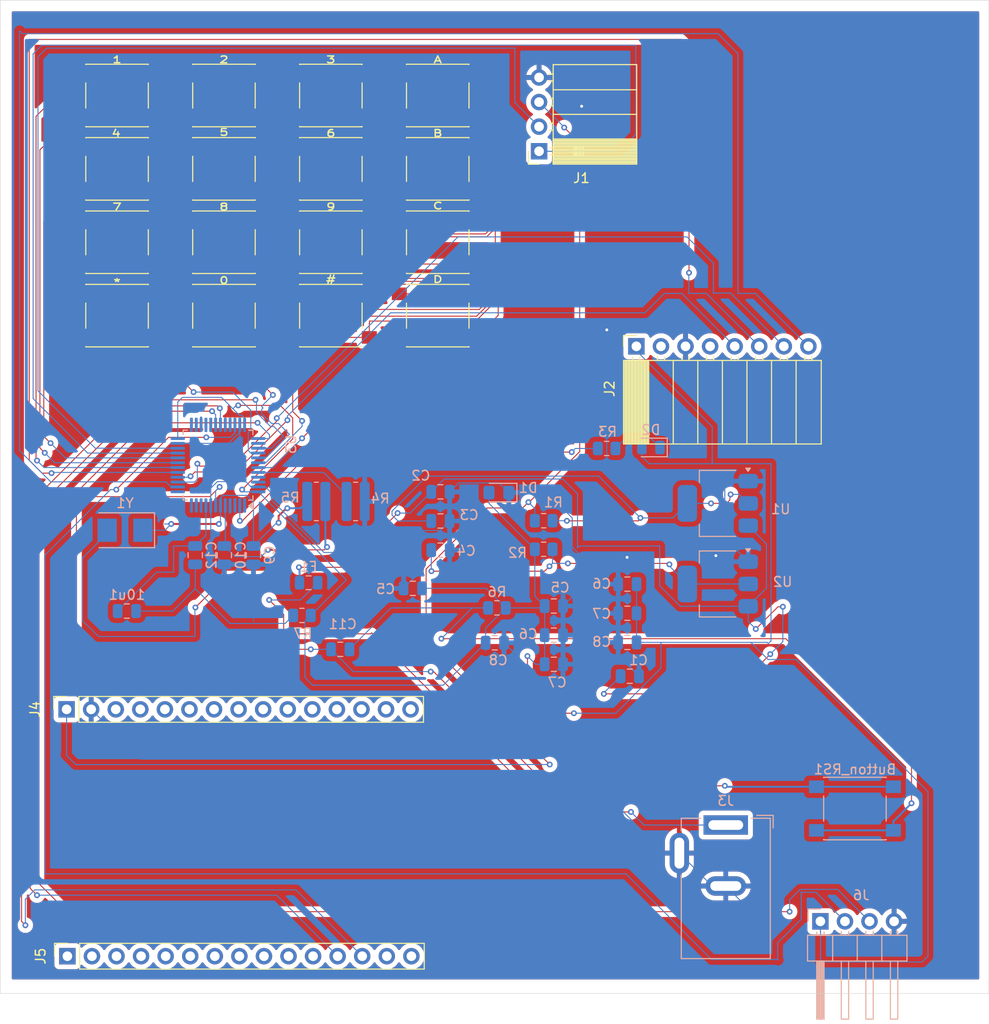
<source format=kicad_pcb>
(kicad_pcb (version 20240108) (generator "pcbnew") (generator_version "8.0")
  (layers (0 "F.Cu" signal) (31 "B.Cu" signal) (34 "B.Paste" user) (35 "F.Paste" user) (36 "B.SilkS" user "B.Silkscreen") (37 "F.SilkS" user "F.Silkscreen") (38 "B.Mask" user) (39 "F.Mask" user) (44 "Edge.Cuts" user))
  (net 0 "")
  (net 1 "Net-(U3-BOOT0)")
  (net 2 "Net-(U3-PD0)")
  (net 3 "Net-(U3-PD1)")
  (net 4 "Net-(U3-PC13)")
  (net 5 "Net-(D2-K)")
  (net 6 "GND")
  (net 7 "Net-(U2-VO)")
  (net 9 "Net-(U1-VO)")
  (net 10 "Net-(U1-VI)")
  (net 12 "SDA_LCD")
  (net 13 "Net-(U3-VDDA)")
  (net 16 "+3.3V")
  (net 17 "MISO_RF")
  (net 22 "+5V")
  (net 23 "MOSI_RF")
  (net 24 "SWCLK")
  (net 26 "unconnected-(U3-PB14-Pad27)")
  (net 28 "SWDIO")
  (net 32 "SCK_RF")
  (net 35 "unconnected-(U3-PC15-Pad4)")
  (net 38 "SS_RF")
  (net 39 "SCL_LCD")
  (net 40 "Net-(U3-NRST)")
  (net 41 "Net-(F1-Pad1)")
  (net 43 "Net-(10u1-Pad1)")
  (net 44 "R1")
  (net 45 "C1")
  (net 46 "R2")
  (net 47 "R3")
  (net 48 "R4")
  (net 49 "C2")
  (net 50 "C3")
  (net 51 "C4")
  (net 52 "Net-(Button_RS1-Pad2)")
  (net 74 "TX_ESP")
  (net 77 "RX_ESP")
  (footprint "Button_Switch_SMD:SW_Push_1P1T_NO_6x6mm_H9.5mm" (layer "F.Cu") (at 92.025 51.75)
    (property "Reference" "8")
    (property "Value" "SW_Omron_B3FS")
  )
  (footprint "Button_Switch_SMD:SW_Push_1P1T_NO_6x6mm_H9.5mm" (layer "F.Cu") (at 92.025 44.17)
    (property "Reference" "5")
    (property "Value" "SW_Omron_B3FS")
  )
  (footprint "Button_Switch_SMD:SW_Push_1P1T_NO_6x6mm_H9.5mm" (layer "F.Cu") (at 80.975 36.59)
    (property "Reference" "1")
    (property "Value" "SW_Omron_B3FS")
  )
  (footprint "Button_Switch_SMD:SW_Push_1P1T_NO_6x6mm_H9.5mm" (layer "F.Cu") (at 103.075 36.59)
    (property "Reference" "3")
    (property "Value" "SW_Omron_B3FS")
  )
  (footprint "Connector_PinSocket_2.54mm:PinSocket_1x04_P2.54mm_Horizontal" (layer "F.Cu") (at 124.6 42.35 180)
    (property "Reference" "J1")
    (property "Value" "Conn_01x04_Pin")
  )
  (footprint "Button_Switch_SMD:SW_Push_1P1T_NO_6x6mm_H9.5mm" (layer "F.Cu") (at 103.075 44.17)
    (property "Reference" "6")
    (property "Value" "SW_Omron_B3FS")
  )
  (footprint "Connector_PinSocket_2.54mm:PinSocket_1x15_P2.54mm_Vertical" (layer "F.Cu") (at 75.84 125.5 90)
    (property "Reference" "J5")
    (property "Value" "Conn_01x15_Pin")
  )
  (footprint "Button_Switch_SMD:SW_Push_1P1T_NO_6x6mm_H9.5mm" (layer "F.Cu") (at 80.975 51.75)
    (property "Reference" "7")
    (property "Value" "SW_Omron_B3FS")
  )
  (footprint "Button_Switch_SMD:SW_Push_1P1T_NO_6x6mm_H9.5mm" (layer "F.Cu") (at 114.125 44.17)
    (property "Reference" "B")
    (property "Value" "SW_Omron_B3FS")
  )
  (footprint "Button_Switch_SMD:SW_Push_1P1T_NO_6x6mm_H9.5mm" (layer "F.Cu") (at 92.025 59.33)
    (property "Reference" "0")
    (property "Value" "SW_Omron_B3FS")
  )
  (footprint "Connector_PinSocket_2.54mm:PinSocket_1x15_P2.54mm_Vertical" (layer "F.Cu") (at 75.76 100 90)
    (property "Reference" "J4")
    (property "Value" "Conn_01x15_Pin")
  )
  (footprint "Button_Switch_SMD:SW_Push_1P1T_NO_6x6mm_H9.5mm" (layer "F.Cu") (at 80.975 59.33)
    (property "Reference" "*")
    (property "Value" "SW_Omron_B3FS")
  )
  (footprint "Button_Switch_SMD:SW_Push_1P1T_NO_6x6mm_H9.5mm" (layer "F.Cu") (at 92.025 36.59)
    (property "Reference" "2")
    (property "Value" "SW_Omron_B3FS")
  )
  (footprint "Button_Switch_SMD:SW_Push_1P1T_NO_6x6mm_H9.5mm" (layer "F.Cu") (at 103.075 51.75)
    (property "Reference" "9")
    (property "Value" "SW_Omron_B3FS")
  )
  (footprint "Button_Switch_SMD:SW_Push_1P1T_NO_6x6mm_H9.5mm" (layer "F.Cu") (at 80.975 44.17)
    (property "Reference" "4")
    (property "Value" "SW_Omron_B3FS")
  )
  (footprint "Button_Switch_SMD:SW_Push_1P1T_NO_6x6mm_H9.5mm" (layer "F.Cu") (at 114.125 51.75)
    (property "Reference" "C")
    (property "Value" "SW_Omron_B3FS")
  )
  (footprint "Button_Switch_SMD:SW_Push_1P1T_NO_6x6mm_H9.5mm" (layer "F.Cu") (at 114.125 59.33)
    (property "Reference" "D")
    (property "Value" "SW_Omron_B3FS" (hide yes))
  )
  (footprint "Connector_PinSocket_2.54mm:PinSocket_1x08_P2.54mm_Horizontal" (layer "F.Cu") (at 134.66 62.5 90)
    (property "Reference" "J2")
    (property "Value" "Conn_01x08_Pin")
  )
  (footprint "Button_Switch_SMD:SW_Push_1P1T_NO_6x6mm_H9.5mm" (layer "F.Cu") (at 103.075 59.33)
    (property "Reference" "#")
    (property "Value" "SW_Omron_B3FS")
  )
  (footprint "Button_Switch_SMD:SW_Push_1P1T_NO_6x6mm_H9.5mm" (layer "F.Cu") (at 114.125 36.59)
    (property "Reference" "A")
    (property "Value" "SW_Omron_B3FS")
  )
  (footprint "Capacitor_SMD:C_0805_2012Metric" (layer "B.Cu") (at 114.405 77.535 180)
    (property "Reference" "C2")
    (property "Value" "10uF")
  )
  (footprint "Package_QFP:LQFP-48_7x7mm_P0.5mm" (layer "B.Cu") (at 91.4125 74.775 90)
    (property "Reference" "U3")
    (property "Value" "STM32F103C8Tx")
  )
  (footprint "Capacitor_SMD:C_0805_2012Metric" (layer "B.Cu") (at 111.55 87.5 180)
    (property "Reference" "C5")
    (property "Value" "0.1u")
  )
  (footprint "LED_SMD:LED_0805_2012Metric" (layer "B.Cu") (at 136.1625 72.95 180)
    (property "Reference" "D2")
    (property "Value" "LED")
  )
  (footprint "Package_TO_SOT_SMD:SOT-223-3_TabPin2" (layer "B.Cu") (at 143.075 78.725 180)
    (property "Reference" "U1")
    (property "Value" "LM1117MP-5.0")
  )
  (footprint "Capacitor_SMD:C_0805_2012Metric" (layer "B.Cu") (at 133.975 96.575 180)
    (property "Reference" "C1")
    (property "Value" "10uF")
  )
  (footprint "Capacitor_SMD:C_0805_2012Metric" (layer "B.Cu") (at 126.125 92.335 180)
    (property "Reference" "C6")
    (property "Value" "10uF")
  )
  (footprint "Capacitor_SMD:C_0805_2012Metric" (layer "B.Cu") (at 126.125 95.345 180)
    (property "Reference" "C7")
    (property "Value" "10uF")
  )
  (footprint "Package_TO_SOT_SMD:SOT-223-3_TabPin2" (layer "B.Cu") (at 143.075 87.05 180)
    (property "Reference" "U2")
    (property "Value" "LM1117MP-3.3")
  )
  (footprint "Connector_PinHeader_2.54mm:PinHeader_1x04_P2.54mm_Horizontal" (layer "B.Cu") (at 153.68 121.9 -90)
    (property "Reference" "J6")
    (property "Value" "Conn_01x04_Pin")
  )
  (footprint "Capacitor_SMD:C_0805_2012Metric" (layer "B.Cu") (at 133.725 90.075 180)
    (property "Reference" "C7")
    (property "Value" "0.1u")
  )
  (footprint "Capacitor_SMD:C_0805_2012Metric" (layer "B.Cu") (at 126.125 89.325 180)
    (property "Reference" "C5")
    (property "Value" "10uF")
  )
  (footprint "Resistor_SMD:R_0805_2012Metric" (layer "B.Cu") (at 125.075 80.515 180)
    (property "Reference" "R1")
    (property "Value" "1K")
  )
  (footprint "Fuse:Fuse_0805_2012Metric" (layer "B.Cu") (at 100.775 86.925 180)
    (property "Reference" "F1")
    (property "Value" "Fuse_Small")
  )
  (footprint "Connector_BarrelJack:BarrelJack_GCT_DCJ200-10-A_Horizontal" (layer "B.Cu") (at 143.9 111.95 180)
    (property "Reference" "J3")
    (property "Value" "Barrel_Jack_Switch")
  )
  (footprint "Capacitor_SMD:C_0805_2012Metric" (layer "B.Cu") (at 114.405 80.545 180)
    (property "Reference" "C3")
    (property "Value" "10uF")
  )
  (footprint "Resistor_SMD:R_0805_2012Metric" (layer "B.Cu") (at 120.2475 89.52 180)
    (property "Reference" "R6")
    (property "Value" "10k")
  )
  (footprint "Crystal:Crystal_SMD_5032-2Pin_5.0x3.2mm" (layer "B.Cu") (at 81.8 81.5 180)
    (property "Reference" "Y1")
    (property "Value" "8MHz")
  )
  (footprint "Button_Switch_SMD:SW_Push_1P1T_NO_6x6mm_H9.5mm" (layer "B.Cu") (at 157.25 110.25 180)
    (property "Reference" "Button_RS1")
    (property "Value" "SW_Omron_B3FS")
  )
  (footprint "Capacitor_SMD:C_0805_2012Metric" (layer "B.Cu") (at 81.985 89.85 180)
    (property "Reference" "10u1")
    (property "Value" "C13")
  )
  (footprint "Capacitor_SMD:C_0805_2012Metric" (layer "B.Cu") (at 114.405 83.555 180)
    (property "Reference" "C4")
    (property "Value" "10uF")
  )
  (footprint "Capacitor_SMD:C_0805_2012Metric" (layer "B.Cu") (at 104.05 93.8 180)
    (property "Reference" "C11")
    (property "Value" "0.1u")
  )
  (footprint "Resistor_SMD:R_0805_2012Metric" (layer "B.Cu") (at 100.0875 90.3 180)
    (property "Reference" "R7")
    (property "Value" "1k")
  )
  (footprint "Capacitor_SMD:C_0805_2012Metric" (layer "B.Cu") (at 95.075 84.075 90)
    (property "Reference" "C9")
    (property "Value" "20p")
  )
  (footprint "Capacitor_SMD:C_0805_2012Metric" (layer "B.Cu") (at 89.055 84.075 90)
    (property "Reference" "C12")
    (property "Value" "0.1u")
  )
  (footprint "Resistor_SMD:R_0815_2038Metric" (layer "B.Cu") (at 105.6375 78.525 180)
    (property "Reference" "R4")
    (property "Value" "10k")
  )
  (footprint "Resistor_SMD:R_0805_2012Metric" (layer "B.Cu") (at 131.5875 73.05 180)
    (property "Reference" "R3")
    (property "Value" "1k")
  )
  (footprint "Capacitor_SMD:C_0805_2012Metric" (layer "B.Cu") (at 133.725 93.085 180)
    (property "Reference" "C8")
    (property "Value" "0.1u")
  )
  (footprint "Capacitor_SMD:C_0805_2012Metric" (layer "B.Cu") (at 120.025 93.125 180)
    (property "Reference" "C8")
    (property "Value" "10uF")
  )
  (footprint "LED_SMD:LED_0805_2012Metric_Pad1.15x1.40mm_HandSolder" (layer "B.Cu") (at 120.45 77.61 180)
    (property "Reference" "D1")
    (property "Value" "LED")
  )
  (footprint "Resistor_SMD:R_0815_2038Metric" (layer "B.Cu") (at 101.575 78.525 180)
    (property "Reference" "R5")
    (property "Value" "1M")
  )
  (footprint "Resistor_SMD:R_0805_2012Metric" (layer "B.Cu") (at 125.075 83.465 180)
    (property "Reference" "R2")
    (property "Value" "1K")
  )
  (footprint "Capacitor_SMD:C_0805_2012Metric" (layer "B.Cu") (at 92.065 84.075 90)
    (property "Reference" "C10")
    (property "Value" "20p")
  )
  (footprint "Capacitor_SMD:C_0805_2012Metric" (layer "B.Cu") (at 133.725 87.065 180)
    (property "Reference" "C6")
    (property "Value" "0.1u")
  )
  (gr_rect (start 68.9 26.75) (end 171.1 129.35) (stroke (width 0.05)) (fill none) (layer "Edge.Cuts"))
  (segment (start 104.7 77.890256) (end 104.7 78.525) (width 0.2) (layer "B.Cu") (net 1))
  (segment (start 102.334744 75.525) (end 104.7 77.890256) (width 0.1) (layer "B.Cu") (net 1))
  (segment (start 95.575 75.525) (end 102.334744 75.525) (width 0.1) (layer "B.Cu") (net 1))
  (segment (start 97.575 86.225) (end 97.575 83.925) (width 0.1) (layer "F.Cu") (net 2))
  (segment (start 102.395 83.525) (end 97.175 83.525) (width 0.1) (layer "F.Cu") (net 2))
  (segment (start 89.075 89.475) (end 92.325 86.225) (width 0.1) (layer "F.Cu") (net 2))
  (segment (start 97.575 83.925) (end 97.175 83.525) (width 0.1) (layer "F.Cu") (net 2))
  (segment (start 92.325 86.225) (end 97.575 86.225) (width 0.1) (layer "F.Cu") (net 2))
  (segment (start 97.175 83.525) (end 96.575 83.525) (width 0.2) (layer "F.Cu") (net 2))
  (segment (start 102.685 83.235) (end 102.395 83.525) (width 0.1) (layer "F.Cu") (net 2))
  (via (at 96.575 83.525) (size 0.6) (drill 0.3) (layers "F.Cu" "B.Cu") (net 2))
  (via (at 89.075 89.475) (size 0.6) (drill 0.3) (layers "F.Cu" "B.Cu") (net 2))
  (via (at 102.685 83.235) (size 0.6) (drill 0.3) (layers "F.Cu" "B.Cu") (net 2))
  (segment (start 92.065 83.125) (end 93.165 84.225) (width 0.1) (layer "B.Cu") (net 2))
  (segment (start 92.065 83.125) (end 92.1625 83.0275) (width 0.2) (layer "B.Cu") (net 2))
  (segment (start 102.5125 83.0625) (end 102.5125 78.525) (width 0.2) (layer "B.Cu") (net 2))
  (segment (start 79.95 81.825) (end 77.375 84.4) (width 0.1) (layer "B.Cu") (net 2))
  (segment (start 77.375 90.825) (end 79.075 92.475) (width 0.1) (layer "B.Cu") (net 2))
  (segment (start 77.375 84.335) (end 77.375 84.4) (width 0.1) (layer "B.Cu") (net 2))
  (segment (start 89.025 89.525) (end 89.075 89.475) (width 0.2) (layer "B.Cu") (net 2))
  (segment (start 93.165 84.225) (end 95.875 84.225) (width 0.1) (layer "B.Cu") (net 2))
  (segment (start 89.025 92.475) (end 89.025 89.525) (width 0.1) (layer "B.Cu") (net 2))
  (segment (start 92.1625 83.0275) (end 92.1625 78.9375) (width 0.1) (layer "B.Cu") (net 2))
  (segment (start 95.875 84.225) (end 96.575 83.525) (width 0.1) (layer "B.Cu") (net 2))
  (segment (start 102.685 83.235) (end 102.5125 83.0625) (width 0.2) (layer "B.Cu") (net 2))
  (segment (start 77.375 84.4) (end 77.375 90.825) (width 0.1) (layer "B.Cu") (net 2))
  (segment (start 79.075 92.475) (end 89.025 92.475) (width 0.1) (layer "B.Cu") (net 2))
  (segment (start 79.95 81.5) (end 79.95 81.825) (width 0.1) (layer "B.Cu") (net 2))
  (segment (start 98.475 79.225) (end 98.575 79.225) (width 0.2) (layer "F.Cu") (net 3))
  (segment (start 86.575 80.85) (end 91.5 80.85) (width 0.2) (layer "F.Cu") (net 3))
  (segment (start 91.5 80.85) (end 91.575 80.85) (width 0.2) (layer "F.Cu") (net 3))
  (segment (start 98.575 79.225) (end 98.575 79.125) (width 0.2) (layer "F.Cu") (net 3))
  (segment (start 91.575 80.85) (end 91.6 80.875) (width 0.2) (layer "F.Cu") (net 3))
  (segment (start 98.575 79.125) (end 98.475 79.225) (width 0.2) (layer "F.Cu") (net 3))
  (segment (start 97.675 80.725) (end 97.675 80.025) (width 0.2) (layer "F.Cu") (net 3))
  (segment (start 97.675 80.025) (end 98.475 79.225) (width 0.2) (layer "F.Cu") (net 3))
  (via (at 97.675 80.725) (size 0.6) (drill 0.3) (layers "F.Cu" "B.Cu") (net 3))
  (via (at 98.575 79.225) (size 0.6) (drill 0.3) (layers "F.Cu" "B.Cu") (net 3))
  (via (at 86.575 80.85) (size 0.6) (drill 0.3) (layers "F.Cu" "B.Cu") (net 3))
  (via (at 91.5 80.85) (size 0.6) (drill 0.3) (layers "F.Cu" "B.Cu") (net 3))
  (segment (start 95.075 83.125) (end 97.475 80.725) (width 0.1) (layer "B.Cu") (net 3))
  (segment (start 86.525 80.825) (end 86.5 80.825) (width 0.2) (layer "B.Cu") (net 3))
  (segment (start 91.93009 77.9) (end 91.6625 78.16759) (width 0.1) (layer "B.Cu") (net 3))
  (segment (start 85.885 80.85) (end 86.575 80.85) (width 0.1) (layer "B.Cu") (net 3))
  (segment (start 99.9375 79.225) (end 100.6375 78.525) (width 0.2) (layer "B.Cu") (net 3))
  (segment (start 91.6625 80.6875) (end 91.6625 78.9375) (width 0.1) (layer "B.Cu") (net 3))
  (segment (start 86.475 80.825) (end 86.575 80.85) (width 0.2) (layer "B.Cu") (net 3))
  (segment (start 97.475 80.725) (end 97.675 80.725) (width 0.2) (layer "B.Cu") (net 3))
  (segment (start 91.6625 78.16759) (end 91.6625 78.9375) (width 0.1) (layer "B.Cu") (net 3))
  (segment (start 98.575 79.225) (end 99.9375 79.225) (width 0.2) (layer "B.Cu") (net 3))
  (segment (start 86.575 80.85) (end 86.525 80.825) (width 0.2) (layer "B.Cu") (net 3))
  (segment (start 91.5 80.85) (end 91.6625 80.6875) (width 0.2) (layer "B.Cu") (net 3))
  (segment (start 95.075 78.58009) (end 94.39491 77.9) (width 0.1) (layer "B.Cu") (net 3))
  (segment (start 94.39491 77.9) (end 91.93009 77.9) (width 0.1) (layer "B.Cu") (net 3))
  (segment (start 83.65 81.5) (end 85.925 81.5) (width 0.1) (layer "B.Cu") (net 3))
  (segment (start 85.925 81.5) (end 86.575 80.85) (width 0.1) (layer "B.Cu") (net 3))
  (segment (start 95.075 83.125) (end 95.075 78.58009) (width 0.1) (layer "B.Cu") (net 3))
  (segment (start 103.075 73.425) (end 127.975 73.425) (width 0.1) (layer "F.Cu") (net 4))
  (segment (start 93.675 80.525) (end 93.923529 80.525) (width 0.2) (layer "F.Cu") (net 4))
  (segment (start 101.023529 73.425) (end 103.075 73.425) (width 0.1) (layer "F.Cu") (net 4))
  (segment (start 93.923529 80.525) (end 101.023529 73.425) (width 0.1) (layer "F.Cu") (net 4))
  (via (at 93.675 80.525) (size 0.6) (drill 0.3) (layers "F.Cu" "B.Cu") (net 4))
  (via (at 127.975 73.425) (size 0.6) (drill 0.3) (layers "F.Cu" "B.Cu") (net 4))
  (segment (start 130.675 73.05) (end 128.35 73.05) (width 0.1) (layer "B.Cu") (net 4))
  (segment (start 93.6625 80.5125) (end 93.675 80.525) (width 0.2) (layer "B.Cu") (net 4))
  (segment (start 93.6625 78.9375) (end 93.6625 80.5125) (width 0.1) (layer "B.Cu") (net 4))
  (segment (start 128.35 73.05) (end 127.975 73.425) (width 0.1) (layer "B.Cu") (net 4))
  (segment (start 133.6 71.95) (end 136.1 71.95) (width 0.1) (layer "B.Cu") (net 5))
  (segment (start 132.5 73.05) (end 133.6 71.95) (width 0.1) (layer "B.Cu") (net 5))
  (segment (start 136.1 71.95) (end 137.1 72.95) (width 0.1) (layer "B.Cu") (net 5))
  (segment (start 133.7 84.3) (end 142.7 84.3) (width 0.1) (layer "F.Cu") (net 6))
  (segment (start 131.6 60.8) (end 131.6 52.6) (width 0.1) (layer "F.Cu") (net 6))
  (segment (start 129 50) (end 129 37.7) (width 0.1) (layer "F.Cu") (net 6))
  (segment (start 131.6 52.6) (end 129 50) (width 0.1) (layer "F.Cu") (net 6))
  (segment (start 142.7 84.3) (end 142.875 84.125) (width 0.1) (layer "F.Cu") (net 6))
  (via (at 129 37.7) (size 0.6) (drill 0.3) (layers "F.Cu" "B.Cu") (net 6))
  (via (at 142.875 84.125) (size 0.6) (drill 0.3) (layers "F.Cu" "B.Cu") (net 6))
  (via (at 133.7 84.3) (size 0.6) (drill 0.3) (layers "F.Cu" "B.Cu") (net 6))
  (via (at 131.6 60.8) (size 0.6) (drill 0.3) (layers "F.Cu" "B.Cu") (net 6))
  (segment (start 114.375 81.525) (end 115.355 80.545) (width 0.1) (layer "B.Cu") (net 6))
  (segment (start 132.775 87.065) (end 129.027132 87.065) (width 0.1) (layer "B.Cu") (net 6))
  (segment (start 126.03 34.73) (end 129 37.7) (width 0.1) (layer "B.Cu") (net 6))
  (segment (start 95.575 77.025) (end 96.312499 77.025) (width 0.1) (layer "B.Cu") (net 6))
  (segment (start 132.775 87.065) (end 132.775 85.325) (width 0.1) (layer "B.Cu") (net 6))
  (segment (start 142.5 118.25) (end 139.1 114.85) (width 0.1) (layer "B.Cu") (net 6))
  (segment (start 131.6 75.401534) (end 131.6 60.8) (width 0.1) (layer "B.Cu") (net 6))
  (segment (start 95.075 85.025) (end 95.075 90.825) (width 0.1) (layer "B.Cu") (net 6))
  (segment (start 125.22 97.2) (end 127.075 95.345) (width 0.1) (layer "B.Cu") (net 6))
  (segment (start 139.7 59.9) (end 139.74 59.94) (width 0.1) (layer "B.Cu") (net 6))
  (segment (start 133.695 95.345) (end 134.925 96.575) (width 0.1) (layer "B.Cu") (net 6))
  (segment (start 146.225 84.75) (end 143.5 84.75) (width 0.1) (layer "B.Cu") (net 6))
  (segment (start 139.74 59.94) (end 139.74 62.5) (width 0.1) (layer "B.Cu") (net 6))
  (segment (start 90.6625 78.9375) (end 90.6625 83.6225) (width 0.1) (layer "B.Cu") (net 6))
  (segment (start 111.825 86.275) (end 111.825 82.15) (width 0.1) (layer "B.Cu") (net 6))
  (segment (start 143.8 76.425) (end 143.8 82.325) (width 0.1) (layer "B.Cu") (net 6))
  (segment (start 128.025 83.225) (end 128.025 80.225) (width 0.1) (layer "B.Cu") (net 6))
  (segment (start 116.28 76.61) (end 120.475 76.61) (width 0.1) (layer "B.Cu") (net 6))
  (segment (start 132.775 93.085) (end 132.775 94.425) (width 0.1) (layer "B.Cu") (net 6))
  (segment (start 91.347182 76.475) (end 94.2 76.475) (width 0.1) (layer "B.Cu") (net 6))
  (segment (start 90.6625 79.70741) (end 90.6625 78.9375) (width 0.2) (layer "B.Cu") (net 6))
  (segment (start 124.6 34.73) (end 126.03 34.73) (width 0.1) (layer "B.Cu") (net 6))
  (segment (start 106.6 81.525) (end 106.575 81.5) (width 0.1) (layer "B.Cu") (net 6))
  (segment (start 137.572182 114.85) (end 139.1 114.85) (width 0.1) (layer "B.Cu") (net 6))
  (segment (start 116.28 76.61) (end 115.355 77.535) (width 0.1) (layer "B.Cu") (net 6))
  (segment (start 127.075 104.352818) (end 137.572182 114.85) (width 0.1) (layer "B.Cu") (net 6))
  (segment (start 120.975 93.125) (end 125.05 97.2) (width 0.1) (layer "B.Cu") (net 6))
  (segment (start 143.475 76.425) (end 142.975 75.925) (width 0.1) (layer "B.Cu") (net 6))
  (segment (start 115.355 80.545) (end 115.355 83.555) (width 0.1) (layer "B.Cu") (net 6))
  (segment (start 106.575 81.525) (end 106.575 78.525) (width 0.1) (layer "B.Cu") (net 6))
  (segment (start 90.6625 78.9375) (end 90.6625 77.159682) (width 0.1) (layer "B.Cu") (net 6))
  (segment (start 128.862132 86.9) (end 128.862132 84.062132) (width 0.1) (layer "B.Cu") (net 6))
  (segment (start 143.9 117.8) (end 143.9 118.25) (width 0.1) (layer "B.Cu") (net 6))
  (segment (start 125.05 97.2) (end 125.22 97.2) (width 0.1) (layer "B.Cu") (net 6))
  (segment (start 142.975 75.925) (end 132.123466 75.925) (width 0.1) (layer "B.Cu") (net 6))
  (segment (start 160.5 116.1) (end 151 116.1) (width 0.1) (layer "B.Cu") (net 6))
  (segment (start 96.925 77.637501) (end 96.925 78.352818) (width 0.1) (layer "B.Cu") (net 6))
  (segment (start 96.925 78.352818) (end 102.372182 83.8) (width 0.1) (layer "B.Cu") (net 6))
  (segment (start 127.075 92.335) (end 127.075 95.345) (width 0.1) (layer "B.Cu") (net 6))
  (segment (start 111.825 82.15) (end 111.2 81.525) (width 0.1) (layer "B.Cu") (net 6))
  (segment (start 115.355 77.555) (end 115.355 80.545) (width 0.1) (layer "B.Cu") (net 6))
  (segment (start 96.312499 77.025) (end 96.925 77.637501) (width 0.1) (layer "B.Cu") (net 6))
  (segment (start 104.275 83.8) (end 106.575 81.5) (width 0.1) (layer "B.Cu") (net 6))
  (segment (start 111.2 81.525) (end 106.6 81.525) (width 0.1) (layer "B.Cu") (net 6))
  (segment (start 127.075 95.345) (end 133.695 95.345) (width 0.1) (layer "B.Cu") (net 6))
  (segment (start 127.075 97.9) (end 127.075 95.345) (width 0.1) (layer "B.Cu") (net 6))
  (segment (start 93.6625 75.9375) (end 94.2 76.475) (width 0.1) (layer "B.Cu") (net 6))
  (segment (start 132.5 59.9) (end 139.7 59.9) (width 0.1) (layer "B.Cu") (net 6))
  (segment (start 94.275 76.475) (end 94.825 77.025) (width 0.1) (layer "B.Cu") (net 6))
  (segment (start 132.775 85.325) (end 133.7 84.3) (width 0.1) (layer "B.Cu") (net 6))
  (segment (start 146.225 76.425) (end 143.8 76.425) (width 0.1) (layer "B.Cu") (net 6))
  (segment (start 128.862132 84.062132) (end 128.025 83.225) (width 0.1) (layer "B.Cu") (net 6))
  (segment (start 143.5 84.75) (end 142.875 84.125) (width 0.1) (layer "B.Cu") (net 6))
  (segment (start 143.8 82.325) (end 146.225 84.75) (width 0.1) (layer "B.Cu") (net 6))
  (segment (start 102.372182 83.8) (end 104.275 83.8) (width 0.1) (layer "B.Cu") (net 6))
  (segment (start 127.075 89.325) (end 128.862132 87.537868) (width 0.1) (layer "B.Cu") (net 6))
  (segment (start 129.027132 87.065) (end 128.862132 86.9) (width 0.1) (layer "B.Cu") (net 6))
  (segment (start 115.355 77.535) (end 115.335 77.535) (width 0.1) (layer "B.Cu") (net 6))
  (segment (start 93.6625 71.349999) (end 93.6625 70.6125) (width 0.1) (layer "B.Cu") (net 6))
  (segment (start 143.9 118.25) (end 142.5 118.25) (width 0.1) (layer "B.Cu") (net 6))
  (segment (start 132.775 94.425) (end 134.925 96.575) (width 0.1) (layer "B.Cu") (net 6))
  (segment (start 83.45 105.15) (end 119.825 105.15) (width 0.1) (layer "B.Cu") (net 6))
  (segment (start 94.825 77.025) (end 95.575 77.025) (width 0.1) (layer "B.Cu") (net 6))
  (segment (start 161.3 116.9) (end 160.5 116.1) (width 0.1) (layer "B.Cu") (net 6))
  (segment (start 119.825 105.15) (end 127.075 97.9) (width 0.1) (layer "B.Cu") (net 6))
  (segment (start 128.025 80.225) (end 125.41 77.61) (width 0.1) (layer "B.Cu") (net 6))
  (segment (start 125.41 77.61) (end 121.475 77.61) (width 0.1) (layer "B.Cu") (net 6))
  (segment (start 92.487499 72.525) (end 93.6625 71.349999) (width 0.1) (layer "B.Cu") (net 6))
  (segment (start 161.3 121.9) (end 161.3 116.9) (width 0.1) (layer "B.Cu") (net 6))
  (segment (start 133.7 84.3) (end 133.7 84.4) (width 0.1) (layer "B.Cu") (net 6))
  (segment (start 131.6 60.8) (end 132.5 59.9) (width 0.1) (layer "B.Cu") (net 6))
  (segment (start 148.9 118.2) (end 148.9 123.25) (width 0.1) (layer "B.Cu") (net 6))
  (segment (start 115.335 77.535) (end 115.355 77.555) (width 0.1) (layer "B.Cu") (net 6))
  (segment (start 127.075 89.325) (end 127.075 92.335) (width 0.1) (layer "B.Cu") (net 6))
  (segment (start 78.3 100) (end 83.45 105.15) (width 0.1) (layer "B.Cu") (net 6))
  (segment (start 128.862132 87.537868) (end 128.862132 86.9) (width 0.1) (layer "B.Cu") (net 6))
  (segment (start 132.775 93.085) (end 132.775 90.075) (width 0.1) (layer "B.Cu") (net 6))
  (segment (start 114.375 81.525) (end 111.2 81.525) (width 0.1) (layer "B.Cu") (net 6))
  (segment (start 132.775 87.065) (end 132.775 90.075) (width 0.1) (layer "B.Cu") (net 6))
  (segment (start 151 116.1) (end 148.9 118.2) (width 0.1) (layer "B.Cu") (net 6))
  (segment (start 94.2 76.475) (end 94.275 76.475) (width 0.1) (layer "B.Cu") (net 6))
  (segment (start 92.065 85.025) (end 95.075 85.025) (width 0.1) (layer "B.Cu") (net 6))
  (segment (start 93.6625 70.6125) (end 93.6625 75.9375) (width 0.1) (layer "B.Cu") (net 6))
  (segment (start 132.123466 75.925) (end 131.6 75.401534) (width 0.1) (layer "B.Cu") (net 6))
  (segment (start 87.25 72.525) (end 92.487499 72.525) (width 0.1) (layer "B.Cu") (net 6))
  (segment (start 90.6625 77.159682) (end 91.347182 76.475) (width 0.1) (layer "B.Cu") (net 6))
  (segment (start 120.475 76.61) (end 121.475 77.61) (width 0.1) (layer "B.Cu") (net 6))
  (segment (start 90.6625 83.6225) (end 92.065 85.025) (width 0.1) (layer "B.Cu") (net 6))
  (segment (start 146.225 76.425) (end 143.475 76.425) (width 0.1) (layer "B.Cu") (net 6))
  (segment (start 127.075 97.9) (end 127.075 104.352818) (width 0.1) (layer "B.Cu") (net 6))
  (segment (start 110.6 87.5) (end 111.825 86.275) (width 0.1) (layer "B.Cu") (net 6))
  (segment (start 148.9 123.25) (end 143.9 118.25) (width 0.1) (layer "B.Cu") (net 6))
  (segment (start 127.575 84.925) (end 137.975 84.925) (width 0.1) (layer "F.Cu") (net 7))
  (segment (start 125.175 85.725) (end 125.675 85.225) (width 0.1) (layer "F.Cu") (net 7))
  (segment (start 137.975 84.925) (end 138.075 85.025) (width 0.2) (layer "F.Cu") (net 7))
  (segment (start 113.475 85.725) (end 125.175 85.725) (width 0.1) (layer "F.Cu") (net 7))
  (via (at 138.075 85.025) (size 0.6) (drill 0.3) (layers "F.Cu" "B.Cu") (net 7))
  (via (at 127.575 84.925) (size 0.6) (drill 0.3) (layers "F.Cu" "B.Cu") (net 7))
  (via (at 125.675 85.225) (size 0.6) (drill 0.3) (layers "F.Cu" "B.Cu") (net 7))
  (via (at 113.475 85.725) (size 0.6) (drill 0.3) (layers "F.Cu" "B.Cu") (net 7))
  (segment (start 113.455 83.555) (end 113.455 85.705) (width 0.1) (layer "B.Cu") (net 7))
  (segment (start 139.925 87.05) (end 138.075 85.2) (width 0.1) (layer "B.Cu") (net 7))
  (segment (start 138.075 85.2) (end 138.075 85.025) (width 0.2) (layer "B.Cu") (net 7))
  (segment (start 113.455 85.705) (end 113.475 85.725) (width 0.2) (layer "B.Cu") (net 7))
  (segment (start 139.925 87.05) (end 146.225 87.05) (width 0.1) (layer "B.Cu") (net 7))
  (segment (start 127.575 84.925) (end 127.5625 84.9125) (width 0.2) (layer "B.Cu") (net 7))
  (segment (start 125.9875 83.465) (end 125.9875 84.9125) (width 0.1) (layer "B.Cu") (net 7))
  (segment (start 125.9875 84.9125) (end 125.675 85.225) (width 0.1) (layer "B.Cu") (net 7))
  (segment (start 125.9875 84.9125) (end 127.575 84.925) (width 0.1) (layer "B.Cu") (net 7))
  (segment (start 135.075 80.225) (end 135.175 80.225) (width 0.2) (layer "F.Cu") (net 9))
  (segment (start 144.4 77.8) (end 144.3 77.8) (width 0.1) (layer "F.Cu") (net 9))
  (segment (start 135.175 80.225) (end 135.075 80.325) (width 0.2) (layer "F.Cu") (net 9))
  (segment (start 127.475 80.525) (end 134.875 80.525) (width 0.1) (layer "F.Cu") (net 9))
  (segment (start 135.075 80.325) (end 135.075 80.225) (width 0.2) (layer "F.Cu") (net 9))
  (segment (start 144.3 78.4) (end 144.4 77.8) (width 0.1) (layer "F.Cu") (net 9))
  (segment (start 143.975 78.725) (end 144.3 78.4) (width 0.1) (layer "F.Cu") (net 9))
  (segment (start 134.875 80.525) (end 135.075 80.325) (width 0.1) (layer "F.Cu") (net 9))
  (segment (start 142.375 78.725) (end 143.975 78.725) (width 0.1) (layer "F.Cu") (net 9))
  (via (at 142.375 78.725) (size 0.6) (drill 0.3) (layers "F.Cu" "B.Cu") (net 9))
  (via (at 127.475 80.525) (size 0.6) (drill 0.3) (layers "F.Cu" "B.Cu") (net 9))
  (via (at 135.075 80.225) (size 0.6) (drill 0.3) (layers "F.Cu" "B.Cu") (net 9))
  (via (at 144.4 77.8) (size 0.6) (drill 0.3) (layers "F.Cu" "B.Cu") (net 9))
  (segment (start 109.4 79.927818) (end 109.4 79.522182) (width 0.1) (layer "B.Cu") (net 9))
  (segment (start 127.485 80.515) (end 127.565 80.515) (width 0.2) (layer "B.Cu") (net 9))
  (segment (start 145.225 77.725) (end 146.225 78.725) (width 0.1) (layer "B.Cu") (net 9))
  (segment (start 109.4 79.522182) (end 113.012182 75.91) (width 0.1) (layer "B.Cu") (net 9))
  (segment (start 145.15 77.8) (end 144.4 77.8) (width 0.1) (layer "B.Cu") (net 9))
  (segment (start 125.965 80.515) (end 125.9875 80.515) (width 0.2) (layer "B.Cu") (net 9))
  (segment (start 142.375 78.725) (end 142.275 78.725) (width 0.2) (layer "B.Cu") (net 9))
  (segment (start 127.565 80.515) (end 127.575 80.525) (width 0.2) (layer "B.Cu") (net 9))
  (segment (start 113.012182 75.91) (end 130.76 75.91) (width 0.1) (layer "B.Cu") (net 9))
  (segment (start 127.465 80.515) (end 127.475 80.525) (width 0.2) (layer "B.Cu") (net 9))
  (segment (start 145.225 77.725) (end 145.15 77.8) (width 0.1) (layer "B.Cu") (net 9))
  (segment (start 125.9875 80.515) (end 127.465 80.515) (width 0.1) (layer "B.Cu") (net 9))
  (segment (start 110.017182 80.545) (end 109.4 79.927818) (width 0.1) (layer "B.Cu") (net 9))
  (segment (start 130.76 75.91) (end 135.075 80.225) (width 0.1) (layer "B.Cu") (net 9))
  (segment (start 127.475 80.525) (end 127.485 80.515) (width 0.2) (layer "B.Cu") (net 9))
  (segment (start 138.425 80.225) (end 135.075 80.225) (width 0.1) (layer "B.Cu") (net 9))
  (segment (start 113.455 80.545) (end 110.017182 80.545) (width 0.1) (layer "B.Cu") (net 9))
  (segment (start 139.925 78.725) (end 138.425 80.225) (width 0.1) (layer "B.Cu") (net 9))
  (segment (start 139.925 78.725) (end 142.375 78.725) (width 0.1) (layer "B.Cu") (net 9))
  (segment (start 149.8 89.4) (end 149.3 89.4) (width 0.1) (layer "F.Cu") (net 10))
  (segment (start 144.4 98.4) (end 148.5 94.3) (width 0.1) (layer "F.Cu") (net 10))
  (segment (start 99.775 85.325) (end 104.375 85.325) (width 0.1) (layer "F.Cu") (net 10))
  (segment (start 149.3 89.4) (end 147 91.7) (width 0.1) (layer "F.Cu") (net 10))
  (segment (start 104.375 85.325) (end 109.975 79.725) (width 0.1) (layer "F.Cu") (net 10))
  (segment (start 131.3 98.4) (end 144.4 98.4) (width 0.1) (layer "F.Cu") (net 10))
  (via (at 148.5 94.3) (size 0.6) (drill 0.3) (layers "F.Cu" "B.Cu") (net 10))
  (via (at 131.3 98.4) (size 0.6) (drill 0.3) (layers "F.Cu" "B.Cu") (net 10))
  (via (at 109.975 79.725) (size 0.6) (drill 0.3) (layers "F.Cu" "B.Cu") (net 10))
  (via (at 147 91.7) (size 0.6) (drill 0.3) (layers "F.Cu" "B.Cu") (net 10))
  (via (at 99.775 85.325) (size 0.6) (drill 0.3) (layers "F.Cu" "B.Cu") (net 10))
  (via (at 149.8 89.4) (size 0.6) (drill 0.3) (layers "F.Cu" "B.Cu") (net 10))
  (segment (start 148.5 94.3) (end 149.8 93) (width 0.1) (layer "B.Cu") (net 10))
  (segment (start 137.075 83.125) (end 128.775 83.125) (width 0.1) (layer "B.Cu") (net 10))
  (segment (start 133.025 96.575) (end 131.3 98.3) (width 0.1) (layer "B.Cu") (net 10))
  (segment (start 131.3 98.3) (end 131.3 98.4) (width 0.1) (layer "B.Cu") (net 10))
  (segment (start 146.225 89.35) (end 146.225 90.925) (width 0.1) (layer "B.Cu") (net 10))
  (segment (start 148.1 82.9) (end 146.225 81.025) (width 0.1) (layer "B.Cu") (net 10))
  (segment (start 149.8 93) (end 149.8 89.4) (width 0.1) (layer "B.Cu") (net 10))
  (segment (start 148.1 87.475) (end 148.1 82.9) (width 0.1) (layer "B.Cu") (net 10))
  (segment (start 139.186358 89.35) (end 137.075 87.238642) (width 0.1) (layer "B.Cu") (net 10))
  (segment (start 127.06 76.21) (end 128.575 77.725) (width 0.1) (layer "B.Cu") (net 10))
  (segment (start 109.975 79.725) (end 111.265 79.725) (width 0.1) (layer "B.Cu") (net 10))
  (segment (start 146.225 89.35) (end 139.186358 89.35) (width 0.1) (layer "B.Cu") (net 10))
  (segment (start 146.225 90.925) (end 147 91.7) (width 0.1) (layer "B.Cu") (net 10))
  (segment (start 99.8375 85.3875) (end 99.775 85.325) (width 0.2) (layer "B.Cu") (net 10))
  (segment (start 114.78 76.21) (end 127.06 76.21) (width 0.1) (layer "B.Cu") (net 10))
  (segment (start 128.775 83.125) (end 128.575 83.325) (width 0.1) (layer "B.Cu") (net 10))
  (segment (start 111.265 79.725) (end 113.455 77.535) (width 0.1) (layer "B.Cu") (net 10))
  (segment (start 137.075 87.238642) (end 137.075 83.125) (width 0.1) (layer "B.Cu") (net 10))
  (segment (start 146.225 89.35) (end 148.1 87.475) (width 0.1) (layer "B.Cu") (net 10))
  (segment (start 128.575 77.725) (end 128.575 83.325) (width 0.1) (layer "B.Cu") (net 10))
  (segment (start 113.455 77.535) (end 114.78 76.21) (width 0.1) (layer "B.Cu") (net 10))
  (segment (start 99.8375 86.925) (end 99.8375 85.3875) (width 0.2) (layer "B.Cu") (net 10))
  (segment (start 72.8 67.1) (end 78.725 73.025) (width 0.1) (layer "B.Cu") (net 12))
  (segment (start 78.725 73.025) (end 87.25 73.025) (width 0.1) (layer "B.Cu") (net 12))
  (segment (start 122.1 31.7) (end 73.7 31.7) (width 0.1) (layer "B.Cu") (net 12))
  (segment (start 73.7 31.7) (end 72.8 32.6) (width 0.1) (layer "B.Cu") (net 12))
  (segment (start 122.1 37.31) (end 122.1 31.7) (width 0.1) (layer "B.Cu") (net 12))
  (segment (start 72.8 32.6) (end 72.8 67.1) (width 0.1) (layer "B.Cu") (net 12))
  (segment (start 124.6 39.81) (end 122.1 37.31) (width 0.1) (layer "B.Cu") (net 12))
  (segment (start 90.1625 82.0175) (end 89.055 83.125) (width 0.1) (layer "B.Cu") (net 13))
  (segment (start 86.825 83.175) (end 86.875 83.125) (width 0.1) (layer "B.Cu") (net 13))
  (segment (start 90.1625 78.9375) (end 90.1125 78.9875) (width 0.2) (layer "B.Cu") (net 13))
  (segment (start 90.1625 78.9375) (end 90.1625 82.0175) (width 0.1) (layer "B.Cu") (net 13))
  (segment (start 86.825 85.825) (end 86.825 83.175) (width 0.1) (layer "B.Cu") (net 13))
  (segment (start 85.06 85.825) (end 81.035 89.85) (width 0.1) (layer "B.Cu") (net 13))
  (segment (start 86.875 83.125) (end 89.055 83.125) (width 0.1) (layer "B.Cu") (net 13))
  (segment (start 86.825 85.825) (end 85.06 85.825) (width 0.1) (layer "B.Cu") (net 13))
  (segment (start 93.9 77.3) (end 99.135 72.065) (width 0.1) (layer "F.Cu") (net 16))
  (segment (start 99.135 69.897182) (end 97.837818 68.6) (width 0.1) (layer "F.Cu") (net 16))
  (segment (start 128.2 100.4) (end 125.8 100.4) (width 0.1) (layer "F.Cu") (net 16))
  (segment (start 93.9 68.6) (end 93.8 68.6) (width 0.1) (layer "F.Cu") (net 16))
  (segment (start 123.4 98) (end 123.4 94.5) (width 0.1) (layer "F.Cu") (net 16))
  (segment (start 125.8 100.4) (end 123.4 98) (width 0.1) (layer "F.Cu") (net 16))
  (segment (start 97.837818 68.6) (end 93.9 68.6) (width 0.1) (layer "F.Cu") (net 16))
  (segment (start 93.8 68.6) (end 93.5 68.6) (width 0.1) (layer "F.Cu") (net 16))
  (segment (start 99.135 72.065) (end 99.135 69.897182) (width 0.1) (layer "F.Cu") (net 16))
  (via (at 123.4 94.5) (size 0.6) (drill 0.3) (layers "F.Cu" "B.Cu") (net 16))
  (via (at 93.9 77.3) (size 0.6) (drill 0.3) (layers "F.Cu" "B.Cu") (net 16))
  (via (at 128.2 100.4) (size 0.6) (drill 0.3) (layers "F.Cu" "B.Cu") (net 16))
  (via (at 93.5 68.6) (size 0.6) (drill 0.3) (layers "F.Cu" "B.Cu") (net 16))
  (segment (start 93.874198 69.625) (end 94.1625 69.913302) (width 0.1) (layer "B.Cu") (net 16))
  (segment (start 114.7 97.5) (end 101.197182 97.5) (width 0.1) (layer "B.Cu") (net 16))
  (segment (start 148.185 93.085) (end 146.5 93.085) (width 0.1) (layer "B.Cu") (net 16))
  (segment (start 134.675 90.075) (end 134.675 93.085) (width 0.1) (layer "B.Cu") (net 16))
  (segment (start 153.68 122.95) (end 153.7 122.97) (width 0.1) (layer "B.Cu") (net 16))
  (segment (start 135.975 74.625) (end 142.5 74.625) (width 0.1) (layer "B.Cu") (net 16))
  (segment (start 119.14 87.5) (end 121.16 89.52) (width 0.1) (layer "B.Cu") (net 16))
  (segment (start 101 90.3) (end 104.675 86.625) (width 0.1) (layer "B.Cu") (net 16))
  (segment (start 148.375 74.625) (end 148.575 74.625) (width 0.1) (layer "B.Cu") (net 16))
  (segment (start 119.075 93.125) (end 114.7 97.5) (width 0.1) (layer "B.Cu") (net 16))
  (segment (start 135.225 72.95) (end 135.225 73.875) (width 0.1) (layer "B.Cu") (net 16))
  (segment (start 164.8 123.5) (end 164.8 123.4) (width 0.1) (layer "B.Cu") (net 16))
  (segment (start 124.98 89.52) (end 125.175 89.325) (width 0.1) (layer "B.Cu") (net 16))
  (segment (start 119.075 93.964034) (end 119.075 93.125) (width 0.1) (layer "B.Cu") (net 16))
  (segment (start 142.5 74.625) (end 148.375 74.625) (width 0.1) (layer "B.Cu") (net 16))
  (segment (start 119.425 78.7275) (end 124.1625 83.465) (width 0.1) (layer "B.Cu") (net 16))
  (segment (start 119.075 91.605) (end 121.16 89.52) (width 0.1) (layer "B.Cu") (net 16))
  (segment (start 142.5 70.8) (end 142.5 74.625) (width 0.1) (layer "B.Cu") (net 16))
  (segment (start 164.8 108.5) (end 151.15 94.85) (width 0.1) (layer "B.Cu") (net 16))
  (segment (start 124.245 95.345) (end 123.4 94.5) (width 0.1) (layer "B.Cu") (net 16))
  (segment (start 148.575 92.925) (end 148.3 93.2) (width 0.1) (layer "B.Cu") (net 16))
  (segment (start 137.2 93.085) (end 137.2 95.739034) (width 0.1) (layer "B.Cu") (net 16))
  (segment (start 134.675 87.065) (end 134.675 90.075) (width 0.1) (layer "B.Cu") (net 16))
  (segment (start 95.575 77.525) (end 94.125 77.525) (width 0.1) (layer "B.Cu") (net 16))
  (segment (start 100.4 90.9) (end 101 90.3) (width 0.1) (layer "B.Cu") (net 16))
  (segment (start 93.625 69.625) (end 93.874198 69.625) (width 0.1) (layer "B.Cu") (net 16))
  (segment (start 134.66 62.96) (end 142.5 70.8) (width 0.1) (layer "B.Cu") (net 16))
  (segment (start 92.95 68.95) (end 93.625 69.625) (width 0.1) (layer "B.Cu") (net 16))
  (segment (start 101.197182 97.5) (end 100.4 96.702818) (width 0.1) (layer "B.Cu") (net 16))
  (segment (start 91.775 67.775) (end 92.95 68.95) (width 0.1) (layer "B.Cu") (net 16))
  (segment (start 100.4 96.702818) (end 100.4 90.9) (width 0.1) (layer "B.Cu") (net 16))
  (segment (start 148.265 94.85) (end 146.5 93.085) (width 0.1) (layer "B.Cu") (net 16))
  (segment (start 121.16 89.52) (end 124.98 89.52) (width 0.1) (layer "B.Cu") (net 16))
  (segment (start 94.125 77.525) (end 93.9 77.3) (width 0.1) (layer "B.Cu") (net 16))
  (segment (start 148.3 93.2) (end 148.185 93.085) (width 0.1) (layer "B.Cu") (net 16))
  (segment (start 132.539034 100.4) (end 128.2 100.4) (width 0.1) (layer "B.Cu") (net 16))
  (segment (start 124.1625 88.3125) (end 125.175 89.325) (width 0.1) (layer "B.Cu") (net 16))
  (segment (start 153.68 121.9) (end 153.68 122.95) (width 0.1) (layer "B.Cu") (net 16))
  (segment (start 164.8 125.5) (end 164.8 123.4) (width 0.1) (layer "B.Cu") (net 16))
  (segment (start 153.7 122.97) (end 153.7 126.1) (width 0.1) (layer "B.Cu") (net 16))
  (segment (start 87.725 67.775) (end 91.775 67.775) (width 0.1) (layer "B.Cu") (net 16))
  (segment (start 125.175 95.345) (end 125.175 92.335) (width 0.1) (layer "B.Cu") (net 16))
  (segment (start 151.15 94.85) (end 148.265 94.85) (width 0.1) (layer "B.Cu") (net 16))
  (segment (start 125.175 89.325) (end 125.175 92.335) (width 0.1) (layer "B.Cu") (net 16))
  (segment (start 137.2 95.739034) (end 132.539034 100.4) (width 0.1) (layer "B.Cu") (net 16))
  (segment (start 93.3 68.6) (end 93.5 68.6) (width 0.1) (layer "B.Cu") (net 16))
  (segment (start 87.25 68.25) (end 87.725 67.775) (width 0.1) (layer "B.Cu") (net 16))
  (segment (start 148.575 74.625) (end 148.575 92.925) (width 0.1) (layer "B.Cu") (net 16))
  (segment (start 119.425 77.61) (end 119.425 78.7275) (width 0.1) (layer "B.Cu") (net 16))
  (segment (start 137.2 93.085) (end 134.675 93.085) (width 0.1) (layer "B.Cu") (net 16))
  (segment (start 104.675 86.625) (end 95.575 77.525) (width 0.1) (layer "B.Cu") (net 16))
  (segment (start 146.5 93.085) (end 137.2 93.085) (width 0.1) (layer "B.Cu") (net 16))
  (segment (start 93.9 77.3) (end 94 77.4) (width 0.1) (layer "B.Cu") (net 16))
  (segment (start 124.1625 83.465) (end 124.1625 88.3125) (width 0.1) (layer "B.Cu") (net 16))
  (segment (start 135.225 73.875) (end 135.975 74.625) (width 0.1) (layer "B.Cu") (net 16))
  (segment (start 119.075 93.125) (end 119.075 91.605) (width 0.1) (layer "B.Cu") (net 16))
  (segment (start 125.175 95.345) (end 124.245 95.345) (width 0.1) (layer "B.Cu") (net 16))
  (segment (start 134.66 62.5) (end 134.66 62.96) (width 0.1) (layer "B.Cu") (net 16))
  (segment (start 164.8 123.4) (end 164.8 108.5) (width 0.1) (layer "B.Cu") (net 16))
  (segment (start 87.25 72.025) (end 87.25 68.25) (width 0.1) (layer "B.Cu") (net 16))
  (segment (start 92.95 68.95) (end 93.3 68.6) (width 0.1) (layer "B.Cu") (net 16))
  (segment (start 94.1625 69.913302) (end 94.1625 70.6125) (width 0.1) (layer "B.Cu") (net 16))
  (segment (start 112.5 87.5) (end 119.14 87.5) (width 0.1) (layer "B.Cu") (net 16))
  (segment (start 164.2 126.1) (end 164.8 125.5) (width 0.1) (layer "B.Cu") (net 16))
  (segment (start 153.7 126.1) (end 164.2 126.1) (width 0.1) (layer "B.Cu") (net 16))
  (segment (start 89.025 75.475) (end 93.235 75.475) (width 0.1) (layer "F.Cu") (net 17))
  (segment (start 88.575 75.925) (end 89.025 75.475) (width 0.1) (layer "F.Cu") (net 17))
  (segment (start 93.235 75.475) (end 98.585 70.125) (width 0.1) (layer "F.Cu") (net 17))
  (via (at 88.575 75.925) (size 0.6) (drill 0.3) (layers "F.Cu" "B.Cu") (net 17))
  (via (at 98.585 70.125) (size 0.6) (drill 0.3) (layers "F.Cu" "B.Cu") (net 17))
  (segment (start 98.585 69.7) (end 98.585 69.688603) (width 0.1) (layer "B.Cu") (net 17))
  (segment (start 109.25 59.035) (end 98.585 69.7) (width 0.1) (layer "B.Cu") (net 17))
  (segment (start 87.25 76.025) (end 88.475 76.025) (width 0.1) (layer "B.Cu") (net 17))
  (segment (start 139.355 57.035) (end 137.54 57.035) (width 0.1) (layer "B.Cu") (net 17))
  (segment (start 88.475 76.025) (end 88.575 75.925) (width 0.2) (layer "B.Cu") (net 17))
  (segment (start 137.54 57.035) (end 135.54 59.035) (width 0.1) (layer "B.Cu") (net 17))
  (segment (start 144.82 62.5) (end 139.355 57.035) (width 0.1) (layer "B.Cu") (net 17))
  (segment (start 135.54 59.035) (end 109.25 59.035) (width 0.1) (layer "B.Cu") (net 17))
  (segment (start 98.585 70.125) (end 98.585 69.7) (width 0.1) (layer "B.Cu") (net 17))
  (segment (start 128.8 50.224264) (end 128.8 73.377818) (width 0.1) (layer "F.Cu") (net 22))
  (segment (start 128.8 73.377818) (end 123.577818 78.6) (width 0.1) (layer "F.Cu") (net 22))
  (segment (start 119.222182 79.2) (end 122.9 79.2) (width 0.1) (layer "F.Cu") (net 22))
  (segment (start 128.7 50.124264) (end 128.8 50.224264) (width 0.1) (layer "F.Cu") (net 22))
  (segment (start 112.925 92.925) (end 112.925 85.497182) (width 0.1) (layer "F.Cu") (net 22))
  (segment (start 122.9 79.2) (end 123.5 78.6) (width 0.1) (layer "F.Cu") (net 22))
  (segment (start 127.2 39.9) (end 128.7 41.4) (width 0.1) (layer "F.Cu") (net 22))
  (segment (start 123.577818 78.6) (end 123.5 78.6) (width 0.1) (layer "F.Cu") (net 22))
  (segment (start 125.7 105.7) (end 112.925 92.925) (width 0.1) (layer "F.Cu") (net 22))
  (segment (start 112.925 85.497182) (end 119.222182 79.2) (width 0.1) (layer "F.Cu") (net 22))
  (segment (start 128.7 41.4) (end 128.7 50.124264) (width 0.1) (layer "F.Cu") (net 22))
  (via (at 127.2 39.9) (size 0.6) (drill 0.3) (layers "F.Cu" "B.Cu") (net 22))
  (via (at 123.5 78.6) (size 0.6) (drill 0.3) (layers "F.Cu" "B.Cu") (net 22))
  (via (at 125.7 105.7) (size 0.6) (drill 0.3) (layers "F.Cu" "B.Cu") (net 22))
  (segment (start 125.7 105.7) (end 125.8 105.7) (width 0.1) (layer "B.Cu") (net 22))
  (segment (start 124.6 37.27) (end 127.2 39.87) (width 0.1) (layer "B.Cu") (net 22))
  (segment (start 76.7 105.7) (end 125.7 105.7) (width 0.1) (layer "B.Cu") (net 22))
  (segment (start 124.1625 80.515) (end 124.1625 79.2625) (width 0.1) (layer "B.Cu") (net 22))
  (segment (start 127.2 39.87) (end 127.2 39.9) (width 0.1) (layer "B.Cu") (net 22))
  (segment (start 124.1625 79.2625) (end 123.5 78.6) (width 0.1) (layer "B.Cu") (net 22))
  (segment (start 75.7 104.7) (end 76.7 105.7) (width 0.1) (layer "B.Cu") (net 22))
  (segment (start 75.76 100) (end 75.76 104.64) (width 0.1) (layer "B.Cu") (net 22))
  (segment (start 75.76 104.64) (end 75.7 104.7) (width 0.1) (layer "B.Cu") (net 22))
  (segment (start 71.9 74.277818) (end 73.222182 75.6) (width 0.1) (layer "F.Cu") (net 23))
  (segment (start 140.1 54.9) (end 140.1 31.6) (width 0.1) (layer "F.Cu") (net 23))
  (segment (start 71.9 30.8) (end 71.9 74.277818) (width 0.1) (layer "F.Cu") (net 23))
  (segment (start 140.1 31.6) (end 139.3 30.8) (width 0.1) (layer "F.Cu") (net 23))
  (segment (start 139.3 30.8) (end 71.9 30.8) (width 0.1) (layer "F.Cu") (net 23))
  (segment (start 73.222182 75.6) (end 74.2 75.6) (width 0.1) (layer "F.Cu") (net 23))
  (via (at 74.2 75.6) (size 0.6) (drill 0.3) (layers "F.Cu" "B.Cu") (net 23))
  (via (at 140.1 54.9) (size 0.6) (drill 0.3) (layers "F.Cu" "B.Cu") (net 23))
  (segment (start 141.895 57.035) (end 147.36 62.5) (width 0.1) (layer "B.Cu") (net 23))
  (segment (start 140.1 54.9) (end 140.1 55.1) (width 0.1) (layer "B.Cu") (net 23))
  (segment (start 140.08 54.92) (end 140.1 54.9) (width 0.1) (layer "B.Cu") (net 23))
  (segment (start 140.08 57.035) (end 141.895 57.035) (width 0.1) (layer "B.Cu") (net 23))
  (segment (start 87.25 75.525) (end 74.275 75.525) (width 0.1) (layer "B.Cu") (net 23))
  (segment (start 140.08 57.035) (end 140.08 54.92) (width 0.1) (layer "B.Cu") (net 23))
  (segment (start 74.275 75.525) (end 74.2 75.6) (width 0.1) (layer "B.Cu") (net 23))
  (segment (start 140.1 55.1) (end 140.08 55.12) (width 0.1) (layer "B.Cu") (net 23))
  (segment (start 72.9 81.475736) (end 72.9 118) (width 0.1) (layer "F.Cu") (net 24))
  (segment (start 72.9 118) (end 75.8 120.9) (width 0.1) (layer "F.Cu") (net 24))
  (segment (start 75.8 120.9) (end 150.5 120.9) (width 0.1) (layer "F.Cu") (net 24))
  (segment (start 83.975736 70.4) (end 72.9 81.475736) (width 0.1) (layer "F.Cu") (net 24))
  (segment (start 95.5 70.4) (end 83.975736 70.4) (width 0.1) (layer "F.Cu") (net 24))
  (via (at 95.5 70.4) (size 0.6) (drill 0.3) (layers "F.Cu" "B.Cu") (net 24))
  (via (at 150.5 120.9) (size 0.6) (drill 0.3) (layers "F.Cu" "B.Cu") (net 24))
  (segment (start 96.725 71.625) (end 95.5 70.4) (width 0.1) (layer "B.Cu") (net 24))
  (segment (start 151.575736 118.6) (end 155.46 118.6) (width 0.1) (layer "B.Cu") (net 24))
  (segment (start 155.46 118.6) (end 158.76 121.9) (width 0.1) (layer "B.Cu") (net 24))
  (segment (start 150.5 119.675736) (end 151.575736 118.6) (width 0.1) (layer "B.Cu") (net 24))
  (segment (start 96.725 72.025) (end 96.725 71.625) (width 0.1) (layer "B.Cu") (net 24))
  (segment (start 95.575 72.025) (end 96.725 72.025) (width 0.1) (layer "B.Cu") (net 24))
  (segment (start 150.5 120.9) (end 150.5 119.675736) (width 0.1) (layer "B.Cu") (net 24))
  (segment (start 89.6625 69.84259) (end 89.6625 70.6125) (width 0.2) (layer "B.Cu") (net 26))
  (segment (start 86.3 71.9) (end 80.9 77.3) (width 0.1) (layer "F.Cu") (net 28))
  (segment (start 90.2 71.9) (end 86.3 71.9) (width 0.1) (layer "F.Cu") (net 28))
  (via (at 80.9 77.3) (size 0.6) (drill 0.3) (layers "F.Cu" "B.Cu") (net 28))
  (via (at 90.2 71.9) (size 0.6) (drill 0.3) (layers "F.Cu" "B.Cu") (net 28))
  (segment (start 80.3 77.3) (end 73.5 84.1) (width 0.1) (layer "B.Cu") (net 28))
  (segment (start 93.1625 71.425735) (end 92.688235 71.9) (width 0.1) (layer "B.Cu") (net 28))
  (segment (start 151.7 118.9) (end 153.22 118.9) (width 0.1) (layer "B.Cu") (net 28))
  (segment (start 151.7 121.68) (end 151.7 118.9) (width 0.1) (layer "B.Cu") (net 28))
  (segment (start 149.261827 125.838173) (end 149.261827 124.118173) (width 0.1) (layer "B.Cu") (net 28))
  (segment (start 149.261827 125.838173) (end 149.323654 125.9) (width 0.1) (layer "B.Cu") (net 28))
  (segment (start 142.438173 125.838173) (end 149.261827 125.838173) (width 0.1) (layer "B.Cu") (net 28))
  (segment (start 93.1625 70.6125) (end 93.1625 71.425735) (width 0.1) (layer "B.Cu") (net 28))
  (segment (start 73.5 117) (end 133.6 117) (width 0.1) (layer "B.Cu") (net 28))
  (segment (start 92.688235 71.9) (end 90.2 71.9) (width 0.1) (layer "B.Cu") (net 28))
  (segment (start 73.5 84.1) (end 73.5 117) (width 0.1) (layer "B.Cu") (net 28))
  (segment (start 133.6 117) (end 142.438173 125.838173) (width 0.1) (layer "B.Cu") (net 28))
  (segment (start 153.22 118.9) (end 156.22 121.9) (width 0.1) (layer "B.Cu") (net 28))
  (segment (start 80.9 77.3) (end 80.3 77.3) (width 0.1) (layer "B.Cu") (net 28))
  (segment (start 149.261827 124.118173) (end 151.7 121.68) (width 0.1) (layer "B.Cu") (net 28))
  (segment (start 89.275 74.590686) (end 89.275 74.625) (width 0.2) (layer "F.Cu") (net 32))
  (segment (start 89.240686 74.625) (end 89.257843 74.607843) (width 0.2) (layer "F.Cu") (net 32))
  (segment (start 89.275 74.625) (end 89.240686 74.625) (width 0.2) (layer "F.Cu") (net 32))
  (segment (start 92.835 74.875) (end 89.525 74.875) (width 0.1) (layer "F.Cu") (net 32))
  (segment (start 89.525 74.875) (end 89.275 74.625) (width 0.1) (layer "F.Cu") (net 32))
  (segment (start 97.485 69.925) (end 97.485 70.225) (width 0.1) (layer "F.Cu") (net 32))
  (segment (start 97.485 70.225) (end 92.835 74.875) (width 0.1) (layer "F.Cu") (net 32))
  (via (at 97.485 69.925) (size 0.6) (drill 0.3) (layers "F.Cu" "B.Cu") (net 32))
  (via (at 89.275 74.625) (size 0.6) (drill 0.3) (layers "F.Cu" "B.Cu") (net 32))
  (segment (start 142.62 57) (end 142.62 57.035) (width 0.1) (layer "B.Cu") (net 32))
  (segment (start 88.975 76.525) (end 87.25 76.525) (width 0.1) (layer "B.Cu") (net 32))
  (segment (start 142.62 57) (end 144.4 57) (width 0.1) (layer "B.Cu") (net 32))
  (segment (start 139.9 51.2) (end 142.62 53.92) (width 0.1) (layer "B.Cu") (net 32))
  (segment (start 142.62 53.92) (end 142.62 57) (width 0.1) (layer "B.Cu") (net 32))
  (segment (start 144.4 57) (end 149.9 62.5) (width 0.1) (layer "B.Cu") (net 32))
  (segment (start 97.485 69.925) (end 97.485 69.649264) (width 0.1) (layer "B.Cu") (net 32))
  (segment (start 116.21 51.2) (end 139.9 51.2) (width 0.1) (layer "B.Cu") (net 32))
  (segment (start 89.275 76.225) (end 88.975 76.525) (width 0.1) (layer "B.Cu") (net 32))
  (segment (start 89.275 74.625) (end 89.275 76.225) (width 0.1) (layer "B.Cu") (net 32))
  (segment (start 97.485 69.925) (end 116.21 51.2) (width 0.1) (layer "B.Cu") (net 32))
  (segment (start 92.6625 79.70741) (end 92.6625 78.9375) (width 0.2) (layer "B.Cu") (net 35))
  (segment (start 70.9 29.9) (end 70.9 73.277818) (width 0.1) (layer "B.Cu") (net 38))
  (segment (start 70.9 73.277818) (end 74.122182 76.5) (width 0.1) (layer "B.Cu") (net 38))
  (segment (start 145.16 32.26) (end 143.1 30.2) (width 0.1) (layer "B.Cu") (net 38))
  (segment (start 145.16 57.035) (end 146.975 57.035) (width 0.1) (layer "B.Cu") (net 38))
  (segment (start 86.550802 77.025) (end 87.25 77.025) (width 0.1) (layer "B.Cu") (net 38))
  (segment (start 86.025802 76.5) (end 86.550802 77.025) (width 0.1) (layer "B.Cu") (net 38))
  (segment (start 143.1 30.2) (end 71.2 30.2) (width 0.1) (layer "B.Cu") (net 38))
  (segment (start 74.122182 76.5) (end 86.025802 76.5) (width 0.1) (layer "B.Cu") (net 38))
  (segment (start 145.16 57.035) (end 145.16 32.26) (width 0.1) (layer "B.Cu") (net 38))
  (segment (start 71.2 30.2) (end 70.9 29.9) (width 0.1) (layer "B.Cu") (net 38))
  (segment (start 146.975 57.035) (end 152.44 62.5) (width 0.1) (layer "B.Cu") (net 38))
  (segment (start 73.2 31.4) (end 72.3 32.3) (width 0.1) (layer "B.Cu") (net 39))
  (segment (start 132.85 42.35) (end 134.6 40.6) (width 0.1) (layer "B.Cu") (net 39))
  (segment (start 72.3 67.9) (end 77.925 73.525) (width 0.1) (layer "B.Cu") (net 39))
  (segment (start 77.925 73.525) (end 87.25 73.525) (width 0.1) (layer "B.Cu") (net 39))
  (segment (start 72.3 32.3) (end 72.3 67.9) (width 0.1) (layer "B.Cu") (net 39))
  (segment (start 124.6 42.35) (end 132.85 42.35) (width 0.1) (layer "B.Cu") (net 39))
  (segment (start 134.6 31.4) (end 73.2 31.4) (width 0.1) (layer "B.Cu") (net 39))
  (segment (start 134.6 40.6) (end 134.6 31.4) (width 0.1) (layer "B.Cu") (net 39))
  (segment (start 101 93.8) (end 100.975 93.825) (width 0.1) (layer "F.Cu") (net 40))
  (segment (start 76.675 93.825) (end 101 93.8) (width 0.1) (layer "F.Cu") (net 40))
  (segment (start 125.5 107.9) (end 143.8 107.9) (width 0.1) (layer "F.Cu") (net 40))
  (segment (start 113.4 96.1) (end 113.7 96.1) (width 0.1) (layer "F.Cu") (net 40))
  (segment (start 113.7 96.1) (end 125.5 107.9) (width 0.1) (layer "F.Cu") (net 40))
  (segment (start 76.775 78.025) (end 76.775 93.725) (width 0.1) (layer "F.Cu") (net 40))
  (segment (start 76.775 93.725) (end 76.675 93.825) (width 0.1) (layer "F.Cu") (net 40))
  (segment (start 90.575 78.025) (end 76.775 78.025) (width 0.1) (layer "F.Cu") (net 40))
  (segment (start 91.575 77.025) (end 90.575 78.025) (width 0.1) (layer "F.Cu") (net 40))
  (via (at 101 93.8) (size 0.6) (drill 0.3) (layers "F.Cu" "B.Cu") (net 40))
  (via (at 143.8 107.9) (size 0.6) (drill 0.3) (layers "F.Cu" "B.Cu") (net 40))
  (via (at 113.4 96.1) (size 0.6) (drill 0.3) (layers "F.Cu" "B.Cu") (net 40))
  (via (at 91.575 77.025) (size 0.6) (drill 0.3) (layers "F.Cu" "B.Cu") (net 40))
  (segment (start 91.1625 77.4375) (end 91.575 77.025) (width 0.1) (layer "B.Cu") (net 40))
  (segment (start 143.9 108) (end 143.8 107.9) (width 0.2) (layer "B.Cu") (net 40))
  (segment (start 153.275 108) (end 143.9 108) (width 0.2) (layer "B.Cu") (net 40))
  (segment (start 103.1 93.8) (end 105.4 96.1) (width 0.1) (layer "B.Cu") (net 40))
  (segment (start 161.225 108) (end 153.275 108) (width 0.2) (layer "B.Cu") (net 40))
  (segment (start 91.1625 78.9375) (end 91.1625 77.4375) (width 0.1) (layer "B.Cu") (net 40))
  (segment (start 103.1 93.8) (end 101 93.8) (width 0.1) (layer "B.Cu") (net 40))
  (segment (start 105.4 96.1) (end 113.4 96.1) (width 0.1) (layer "B.Cu") (net 40))
  (segment (start 98.2 90.2) (end 98.2 92.2) (width 0.1) (layer "F.Cu") (net 41))
  (segment (start 107.2 92.2) (end 107.3 92.1) (width 0.1) (layer "F.Cu") (net 41))
  (segment (start 98.2 92.2) (end 107.2 92.2) (width 0.1) (layer "F.Cu") (net 41))
  (segment (start 107.3 92.1) (end 125.8 110.6) (width 0.1) (layer "F.Cu") (net 41))
  (segment (start 96.7 88.7) (end 98.2 90.2) (width 0.1) (layer "F.Cu") (net 41))
  (segment (start 125.8 110.6) (end 134.1 110.6) (width 0.1) (layer "F.Cu") (net 41))
  (via (at 134.1 110.6) (size 0.6) (drill 0.3) (layers "F.Cu" "B.Cu") (net 41))
  (via (at 96.7 88.7) (size 0.6) (drill 0.3) (layers "F.Cu" "B.Cu") (net 41))
  (segment (start 135.45 111.95) (end 134.1 110.6) (width 0.1) (layer "B.Cu") (net 41))
  (segment (start 99.9375 88.7) (end 96.7 88.7) (width 0.1) (layer "B.Cu") (net 41))
  (segment (start 143.9 111.95) (end 135.45 111.95) (width 0.1) (layer "B.Cu") (net 41))
  (segment (start 101.7125 86.925) (end 99.9375 88.7) (width 0.1) (layer "B.Cu") (net 41))
  (segment (start 86.736346 89.85) (end 82.935 89.85) (width 0.1) (layer "B.Cu") (net 43))
  (segment (start 92.648654 91.125) (end 89.055 87.531346) (width 0.1) (layer "B.Cu") (net 43))
  (segment (start 89.055 85.025) (end 89.055 87.531346) (width 0.1) (layer "B.Cu") (net 43))
  (segment (start 99.175 90.3) (end 98.35 91.125) (width 0.1) (layer "B.Cu") (net 43))
  (segment (start 89.055 87.531346) (end 86.736346 89.85) (width 0.1) (layer "B.Cu") (net 43))
  (segment (start 98.35 91.125) (end 92.648654 91.125) (width 0.1) (layer "B.Cu") (net 43))
  (segment (start 99.1 34.34) (end 96 34.34) (width 0.1) (layer "F.Cu") (net 44))
  (segment (start 72.6 38.74) (end 72.6 67.1) (width 0.1) (layer "F.Cu") (net 44))
  (segment (start 72.6 74.2) (end 72.7 74.3) (width 0.1) (layer "F.Cu") (net 44))
  (segment (start 96 34.34) (end 88.05 34.34) (width 0.1) (layer "F.Cu") (net 44))
  (segment (start 72.6 67.1) (end 72.6 74.2) (width 0.1) (layer "F.Cu") (net 44))
  (segment (start 118.1 34.34) (end 110.15 34.34) (width 0.1) (layer "F.Cu") (net 44))
  (segment (start 77 34.34) (end 84.95 34.34) (width 0.1) (layer "F.Cu") (net 44))
  (segment (start 77 34.34) (end 72.6 38.74) (width 0.1) (layer "F.Cu") (net 44))
  (segment (start 110.15 34.34) (end 106.3 34.34) (width 0.1) (layer "F.Cu") (net 44))
  (segment (start 106.3 34.34) (end 99.1 34.34) (width 0.1) (layer "F.Cu") (net 44))
  (segment (start 84.95 34.34) (end 88.05 34.34) (width 0.1) (layer "F.Cu") (net 44))
  (segment (start 107.05 34.34) (end 106.3 34.34) (width 0.1) (layer "F.Cu") (net 44))
  (via (at 72.7 74.3) (size 0.6) (drill 0.3) (layers "F.Cu" "B.Cu") (net 44))
  (segment (start 73.425 75.025) (end 72.7 74.3) (width 0.1) (layer "B.Cu") (net 44))
  (segment (start 87.25 75.025) (end 73.425 75.025) (width 0.1) (layer "B.Cu") (net 44))
  (segment (start 84.95 61.58) (end 77 61.58) (width 0.1) (layer "F.Cu") (net 45))
  (segment (start 119.475 57.63) (end 118.415 58.69) (width 0.1) (layer "F.Cu") (net 45))
  (segment (start 88.38 42.99) (end 84.95 46.42) (width 0.1) (layer "F.Cu") (net 45))
  (segment (start 119.125 48.6) (end 119.125 50.4) (width 0.1) (layer "F.Cu") (net 45))
  (segment (start 118.955 42.99) (end 88.38 42.99) (width 0.1) (layer "F.Cu") (net 45))
  (segment (start 77 58.765) (end 77 61.58) (width 0.1) (layer "F.Cu") (net 45))
  (segment (start 118.895 40.79) (end 119.175 41.07) (width 0.1) (layer "F.Cu") (net 45))
  (segment (start 87.04 56.09) (end 119.035 56.09) (width 0.1) (layer "F.Cu") (net 45))
  (segment (start 84.95 38.84) (end 86.9 40.79) (width 0.1) (layer "F.Cu") (net 45))
  (segment (start 119.175 41.07) (end 119.175 42.77) (width 0.1) (layer "F.Cu") (net 45))
  (segment (start 119.175 42.77) (end 118.955 42.99) (width 0.1) (layer "F.Cu") (net 45))
  (segment (start 77 38.84) (end 84.95 38.84) (width 0.1) (layer "F.Cu") (net 45))
  (segment (start 86.9 40.79) (end 118.895 40.79) (width 0.1) (layer "F.Cu") (net 45))
  (segment (start 84.95 63.29) (end 88.885 67.225) (width 0.1) (layer "F.Cu") (net 45))
  (segment (start 77 54) (end 84.95 54) (width 0.1) (layer "F.Cu") (net 45))
  (segment (start 84.95 61.58) (end 84.95 63.29) (width 0.1) (layer "F.Cu") (net 45))
  (segment (start 118.415 58.69) (end 77.075 58.69) (width 0.1) (layer "F.Cu") (net 45))
  (segment (start 84.95 54) (end 87.04 56.09) (width 0.1) (layer "F.Cu") (net 45))
  (segment (start 119.035 56.09) (end 119.475 56.53) (width 0.1) (layer "F.Cu") (net 45))
  (segment (start 80.6 50.4) (end 77 54) (width 0.1) (layer "F.Cu") (net 45))
  (segment (start 79.18 48.6) (end 119.125 48.6) (width 0.1) (layer "F.Cu") (net 45))
  (segment (start 119.125 50.4) (end 80.6 50.4) (width 0.1) (layer "F.Cu") (net 45))
  (segment (start 119.475 56.53) (end 119.475 57.63) (width 0.1) (layer "F.Cu") (net 45))
  (segment (start 84.95 46.42) (end 77 46.42) (width 0.1) (layer "F.Cu") (net 45))
  (segment (start 77 46.42) (end 79.18 48.6) (width 0.1) (layer "F.Cu") (net 45))
  (segment (start 77.075 58.69) (end 77 58.765) (width 0.1) (layer "F.Cu") (net 45))
  (via (at 88.885 67.225) (size 0.6) (drill 0.3) (layers "F.Cu" "B.Cu") (net 45))
  (segment (start 94.8 71.174198) (end 94.5375 71.436698) (width 0.1) (layer "B.Cu") (net 45))
  (segment (start 94.80509 73.525) (end 95.575 73.525) (width 0.1) (layer "B.Cu") (net 45))
  (segment (start 92.925 67.225) (end 94.8 69.1) (width 0.1) (layer "B.Cu") (net 45))
  (segment (start 88.885 67.225) (end 92.925 67.225) (width 0.1) (layer "B.Cu") (net 45))
  (segment (start 94.5375 71.436698) (end 94.5375 73.25741) (width 0.1) (layer "B.Cu") (net 45))
  (segment (start 94.8 69.1) (end 94.8 71.174198) (width 0.1) (layer "B.Cu") (net 45))
  (segment (start 94.5375 73.25741) (end 94.80509 73.525) (width 0.1) (layer "B.Cu") (net 45))
  (segment (start 73.28 41.92) (end 73 42.2) (width 0.1) (layer "F.Cu") (net 46))
  (segment (start 110.15 41.92) (end 107.05 41.92) (width 0.1) (layer "F.Cu") (net 46))
  (segment (start 99.1 41.92) (end 107.05 41.92) (width 0.1) (layer "F.Cu") (net 46))
  (segment (start 84.95 41.92) (end 88.05 41.92) (width 0.1) (layer "F.Cu") (net 46))
  (segment (start 88.05 41.92) (end 96 41.92) (width 0.1) (layer "F.Cu") (net 46))
  (segment (start 77 41.92) (end 73.28 41.92) (width 0.1) (layer "F.Cu") (net 46))
  (segment (start 77 41.92) (end 84.95 41.92) (width 0.1) (layer "F.Cu") (net 46))
  (segment (start 118.1 41.92) (end 110.15 41.92) (width 0.1) (layer "F.Cu") (net 46))
  (segment (start 73 73) (end 73.5 73.5) (width 0.1) (layer "F.Cu") (net 46))
  (segment (start 73 42.2) (end 73 73) (width 0.1) (layer "F.Cu") (net 46))
  (segment (start 99.1 41.92) (end 96 41.92) (width 0.1) (layer "F.Cu") (net 46))
  (via (at 73.5 73.5) (size 0.6) (drill 0.3) (layers "F.Cu" "B.Cu") (net 46))
  (segment (start 74.525 74.525) (end 73.5 73.5) (width 0.1) (layer "B.Cu") (net 46))
  (segment (start 87.25 74.525) (end 74.525 74.525) (width 0.1) (layer "B.Cu") (net 46))
  (segment (start 73.4 49.6) (end 73.4 71.8) (width 0.1) (layer "F.Cu") (net 47))
  (segment (start 73.5 49.5) (end 73.4 49.6) (width 0.1) (layer "F.Cu") (net 47))
  (segment (start 99.1 49.5) (end 107.05 49.5) (width 0.1) (layer "F.Cu") (net 47))
  (segment (start 99.1 49.5) (end 96 49.5) (width 0.1) (layer "F.Cu") (net 47))
  (segment (start 73.4 71.8) (end 74.1 72.5) (width 0.1) (layer "F.Cu") (net 47))
  (segment (start 77 49.5) (end 84.95 49.5) (width 0.1) (layer "F.Cu") (net 47))
  (segment (start 77 49.5) (end 73.5 49.5) (width 0.1) (layer "F.Cu") (net 47))
  (segment (start 118.1 49.5) (end 110.15 49.5) (width 0.1) (layer "F.Cu") (net 47))
  (segment (start 110.15 49.5) (end 107.05 49.5) (width 0.1) (layer "F.Cu") (net 47))
  (segment (start 96 49.5) (end 88.05 49.5) (width 0.1) (layer "F.Cu") (net 47))
  (segment (start 88.05 49.5) (end 84.95 49.5) (width 0.1) (layer "F.Cu") (net 47))
  (via (at 74.1 72.5) (size 0.6) (drill 0.3) (layers "F.Cu" "B.Cu") (net 47))
  (segment (start 87.25 74.025) (end 75.625 74.025) (width 0.1) (layer "B.Cu") (net 47))
  (segment (start 75.625 74.025) (end 74.1 72.5) (width 0.1) (layer "B.Cu") (net 47))
  (segment (start 75.975 58.105) (end 75.975 62.675) (width 0.1) (layer "F.Cu") (net 48))
  (segment (start 88.05 57.08) (end 84.95 57.08) (width 0.1) (layer "F.Cu") (net 48))
  (segment (start 77 57.08) (end 75.975 58.105) (width 0.1) (layer "F.Cu") (net 48))
  (segment (start 88.05 57.08) (end 96 57.08) (width 0.1) (layer "F.Cu") (net 48))
  (segment (start 99.1 57.08) (end 96 57.08) (width 0.1) (layer "F.Cu") (net 48))
  (segment (start 118.1 57.08) (end 110.15 57.08) (width 0.1) (layer "F.Cu") (net 48))
  (segment (start 99.1 57.08) (end 107.05 57.08) (width 0.1) (layer "F.Cu") (net 48))
  (segment (start 81.325 68.025) (end 95.285 68.025) (width 0.1) (layer "F.Cu") (net 48))
  (segment (start 75.975 62.675) (end 81.325 68.025) (width 0.1) (layer "F.Cu") (net 48))
  (segment (start 84.95 57.08) (end 77 57.08) (width 0.1) (layer "F.Cu") (net 48))
  (segment (start 110.15 57.08) (end 107.05 57.08) (width 0.1) (layer "F.Cu") (net 48))
  (via (at 95.285 68.025) (size 0.6) (drill 0.3) (layers "F.Cu" "B.Cu") (net 48))
  (segment (start 98.172823 71.772823) (end 96.920646 73.025) (width 0.1) (layer "B.Cu") (net 48))
  (segment (start 97.175 70.775) (end 98.172823 71.772823) (width 0.1) (layer "B.Cu") (net 48))
  (segment (start 95.385 69.327082) (end 96.832918 70.775) (width 0.1) (layer "B.Cu") (net 48))
  (segment (start 95.285 68.025) (end 95.385 68.125) (width 0.1) (layer "B.Cu") (net 48))
  (segment (start 96.832918 70.775) (end 97.175 70.775) (width 0.1) (layer "B.Cu") (net 48))
  (segment (start 96.920646 73.025) (end 96.34491 73.025) (width 0.1) (layer "B.Cu") (net 48))
  (segment (start 95.385 68.125) (end 95.385 69.327082) (width 0.1) (layer "B.Cu") (net 48))
  (segment (start 96.34491 73.025) (end 95.575 73.025) (width 0.2) (layer "B.Cu") (net 48))
  (segment (start 96.075 59.39) (end 96.075 59.59) (width 0.1) (layer "F.Cu") (net 49))
  (segment (start 88.05 54) (end 96 54) (width 0.1) (layer "F.Cu") (net 49))
  (segment (start 97.88 48.3) (end 119.249264 48.3) (width 0.1) (layer "F.Cu") (net 49))
  (segment (start 119.475 48.525736) (end 119.475 50.474264) (width 0.1) (layer "F.Cu") (net 49))
  (segment (start 96 61.58) (end 96 66.44) (width 0.1) (layer "F.Cu") (net 49))
  (segment (start 97.79 55.79) (end 119.175 55.79) (width 0.1) (layer "F.Cu") (net 49))
  (segment (start 96.075 59.59) (end 96 59.665) (width 0.1) (layer "F.Cu") (net 49))
  (segment (start 88.05 38.84) (end 96 38.84) (width 0.1) (layer "F.Cu") (net 49))
  (segment (start 96 54) (end 97.79 55.79) (width 0.1) (layer "F.Cu") (net 49))
  (segment (start 119.175 55.79) (end 119.775 56.39) (width 0.1) (layer "F.Cu") (net 49))
  (segment (start 96 46.42) (end 88.05 46.42) (width 0.1) (layer "F.Cu") (net 49))
  (segment (start 119.475 40.945736) (end 119.475 42.894264) (width 0.1) (layer "F.Cu") (net 49))
  (segment (start 96 50.915) (end 96 54) (width 0.1) (layer "F.Cu") (net 49))
  (segment (start 96 66.44) (end 97.085 67.525) (width 0.1) (layer "F.Cu") (net 49))
  (segment (start 96 59.665) (end 96 61.58) (width 0.1) (layer "F.Cu") (net 49))
  (segment (start 118.139264 59.39) (end 96.075 59.39) (width 0.1) (layer "F.Cu") (net 49))
  (segment (start 119.019264 40.49) (end 119.475 40.945736) (width 0.1) (layer "F.Cu") (net 49))
  (segment (start 119.059264 50.89) (end 95.975 50.89) (width 0.1) (layer "F.Cu") (net 49))
  (segment (start 119.249264 48.3) (end 119.475 48.525736) (width 0.1) (layer "F.Cu") (net 49))
  (segment (start 96 61.58) (end 88.05 61.58) (width 0.1) (layer "F.Cu") (net 49))
  (segment (start 96 46.42) (end 97.88 48.3) (width 0.1) (layer "F.Cu") (net 49))
  (segment (start 96 38.84) (end 97.65 40.49) (width 0.1) (layer "F.Cu") (net 49))
  (segment (start 97.65 40.49) (end 119.019264 40.49) (width 0.1) (layer "F.Cu") (net 49))
  (segment (start 118.954264 43.415) (end 99.005 43.415) (width 0.1) (layer "F.Cu") (net 49))
  (segment (start 119.475 42.894264) (end 118.954264 43.415) (width 0.1) (layer "F.Cu") (net 49))
  (segment (start 99.005 43.415) (end 96 46.42) (width 0.1) (layer "F.Cu") (net 49))
  (segment (start 119.775 57.754264) (end 118.139264 59.39) (width 0.1) (layer "F.Cu") (net 49))
  (segment (start 95.975 50.89) (end 96 50.915) (width 0.1) (layer "F.Cu") (net 49))
  (segment (start 119.775 56.39) (end 119.775 57.754264) (width 0.1) (layer "F.Cu") (net 49))
  (segment (start 119.475 50.474264) (end 119.059264 50.89) (width 0.1) (layer "F.Cu") (net 49))
  (via (at 97.085 67.525) (size 0.6) (drill 0.3) (layers "F.Cu" "B.Cu") (net 49))
  (segment (start 96.34491 74.025) (end 95.575 74.025) (width 0.1) (layer "B.Cu") (net 49))
  (segment (start 95.935 68.735) (end 96.066091 68.866091) (width 0.1) (layer "B.Cu") (net 49))
  (segment (start 95.935 68.675) (end 95.935 68.735) (width 0.1) (layer "B.Cu") (net 49))
  (segment (start 96.066091 68.866091) (end 95.935 68.997182) (width 0.1) (layer "B.Cu") (net 49))
  (segment (start 95.935 68.997182) (end 95.935 69.452818) (width 0.1) (layer "B.Cu") (net 49))
  (segment (start 98.784955 71.584955) (end 96.34491 74.025) (width 0.1) (layer "B.Cu") (net 49))
  (segment (start 97.085 67.525) (end 95.935 68.675) (width 0.1) (layer "B.Cu") (net 49))
  (segment (start 96.957182 70.475) (end 97.675 70.475) (width 0.1) (layer "B.Cu") (net 49))
  (segment (start 97.675 70.475) (end 98.784955 71.584955) (width 0.1) (layer "B.Cu") (net 49))
  (segment (start 95.935 69.452818) (end 96.957182 70.475) (width 0.1) (layer "B.Cu") (net 49))
  (segment (start 108.54 55.49) (end 119.299264 55.49) (width 0.1) (layer "F.Cu") (net 50))
  (segment (start 108.4 40.19) (end 119.143528 40.19) (width 0.1) (layer "F.Cu") (net 50))
  (segment (start 119.775 48.401472) (end 119.775 50.598528) (width 0.1) (layer "F.Cu") (net 50))
  (segment (start 119.003528 43.79) (end 107.075 43.79) (width 0.1) (layer "F.Cu") (net 50))
  (segment (start 107.05 51.315) (end 107.05 54) (width 0.1) (layer "F.Cu") (net 50))
  (segment (start 119.143528 40.19) (end 119.775 40.821472) (width 0.1) (layer "F.Cu") (net 50))
  (segment (start 99.135 61.615) (end 99.135 69.235) (width 0.1) (layer "F.Cu") (net 50))
  (segment (start 99.135 69.235) (end 100.1 70.2) (width 0.1) (layer "F.Cu") (net 50))
  (segment (start 107.075 51.29) (end 107.05 51.315) (width 0.1) (layer "F.Cu") (net 50))
  (segment (start 119.775 40.821472) (end 119.775 43.018528) (width 0.1) (layer "F.Cu") (net 50))
  (segment (start 118.793528 47.42) (end 119.775 48.401472) (width 0.1) (layer "F.Cu") (net 50))
  (segment (start 99.1 61.58) (end 107.05 61.58) (width 0.1) (layer "F.Cu") (net 50))
  (segment (start 107.075 59.89) (end 107.075 60.09) (width 0.1) (layer "F.Cu") (net 50))
  (segment (start 107.05 38.84) (end 108.4 40.19) (width 0.1) (layer "F.Cu") (net 50))
  (segment (start 120.075 57.878528) (end 118.063528 59.89) (width 0.1) (layer "F.Cu") (net 50))
  (segment (start 107.075 60.09) (end 107.05 60.115) (width 0.1) (layer "F.Cu") (net 50))
  (segment (start 107.075 51.19) (end 107.075 51.29) (width 0.1) (layer "F.Cu") (net 50))
  (segment (start 119.775 50.598528) (end 119.183528 51.19) (width 0.1) (layer "F.Cu") (net 50))
  (segment (start 108.05 47.42) (end 118.793528 47.42) (width 0.1) (layer "F.Cu") (net 50))
  (segment (start 107.075 43.79) (end 107.05 43.815) (width 0.1) (layer "F.Cu") (net 50))
  (segment (start 119.183528 51.19) (end 107.075 51.19) (width 0.1) (layer "F.Cu") (net 50))
  (segment (start 99.1 61.58) (end 99.975 61.58) (width 0.1) (layer "F.Cu") (net 50))
  (segment (start 99.1 38.84) (end 107.05 38.84) (width 0.1) (layer "F.Cu") (net 50))
  (segment (start 118.063528 59.89) (end 107.075 59.89) (width 0.1) (layer "F.Cu") (net 50))
  (segment (start 99.1 61.58) (end 99.135 61.615) (width 0.1) (layer "F.Cu") (net 50))
  (segment (start 107.05 54) (end 108.54 55.49) (width 0.1) (layer "F.Cu") (net 50))
  (segment (start 107.05 43.815) (end 107.05 46.42) (width 0.1) (layer "F.Cu") (net 50))
  (segment (start 107.05 60.115) (end 107.05 61.58) (width 0.1) (layer "F.Cu") (net 50))
  (segment (start 99.1 54) (end 107.05 54) (width 0.1) (layer "F.Cu") (net 50))
  (segment (start 119.775 43.018528) (end 119.003528 43.79) (width 0.1) (layer "F.Cu") (net 50))
  (segment (start 107.05 46.42) (end 108.05 47.42) (width 0.1) (layer "F.Cu") (net 50))
  (segment (start 119.299264 55.49) (end 120.075 56.265736) (width 0.1) (layer "F.Cu") (net 50))
  (segment (start 99.1 46.42) (end 107.05 46.42) (width 0.1) (layer "F.Cu") (net 50))
  (segment (start 120.075 56.265736) (end 120.075 57.878528) (width 0.1) (layer "F.Cu") (net 50))
  (via (at 100.1 70.2) (size 0.6) (drill 0.3) (layers "F.Cu" "B.Cu") (net 50))
  (segment (start 95.575 74.525) (end 96.34491 74.525) (width 0.1) (layer "B.Cu") (net 50))
  (segment (start 100.1 70.76991) (end 100.1 70.2) (width 0.1) (layer "B.Cu") (net 50))
  (segment (start 96.34491 74.525) (end 100.1 70.76991) (width 0.1) (layer "B.Cu") (net 50))
  (segment (start 110.15 38.84) (end 118.1 38.84) (width 0.1) (layer "F.Cu") (net 51))
  (segment (start 118.225 46.42) (end 120.075 48.27) (width 0.1) (layer "F.Cu") (net 51))
  (segment (start 118.1 46.42) (end 110.15 46.42) (width 0.1) (layer "F.Cu") (net 51))
  (segment (start 118.1 46.42) (end 118.225 46.42) (width 0.1) (layer "F.Cu") (net 51))
  (segment (start 110.15 54) (end 118.1 54) (width 0.1) (layer "F.Cu") (net 51))
  (segment (start 120.075 40.59) (end 120.075 44.445) (width 0.1) (layer "F.Cu") (net 51))
  (segment (start 120.375 59.305) (end 120.375 55.4) (width 0.1) (layer "F.Cu") (net 51))
  (segment (start 118.975 54) (end 118.1 54) (width 0.1) (layer "F.Cu") (net 51))
  (segment (start 118.1 38.84) (end 118.325 38.84) (width 0.1) (layer "F.Cu") (net 51))
  (segment (start 118.1 61.58) (end 110.15 61.58) (width 0.1) (layer "F.Cu") (net 51))
  (segment (start 120.075 48.27) (end 120.075 52.025) (width 0.1) (layer "F.Cu") (net 51))
  (segment (start 110.15 61.58) (end 110.15 61.95) (width 0.1) (layer "F.Cu") (net 51))
  (segment (start 120.075 44.445) (end 118.1 46.42) (width 0.1) (layer "F.Cu") (net 51))
  (segment (start 120.375 55.4) (end 118.975 54) (width 0.1) (layer "F.Cu") (net 51))
  (segment (start 110.15 61.95) (end 100.1 72) (width 0.1) (layer "F.Cu") (net 51))
  (segment (start 118.325 38.84) (end 120.075 40.59) (width 0.1) (layer "F.Cu") (net 51))
  (segment (start 120.075 52.025) (end 118.1 54) (width 0.1) (layer "F.Cu") (net 51))
  (segment (start 118.1 61.58) (end 120.375 59.305) (width 0.1) (layer "F.Cu") (net 51))
  (via (at 100.1 72) (size 0.6) (drill 0.3) (layers "F.Cu" "B.Cu") (net 51))
  (segment (start 95.575 75.025) (end 97.075 75.025) (width 0.1) (layer "B.Cu") (net 51))
  (segment (start 97.075 75.025) (end 100.1 72) (width 0.1) (layer "B.Cu") (net 51))
  (segment (start 162.25 104.85) (end 163.1 105.7) (width 0.1) (layer "F.Cu") (net 52))
  (segment (start 163.1 105.7) (end 163.1 109.7) (width 0.1) (layer "F.Cu") (net 52))
  (segment (start 114.5 92.7) (end 114.4 92.7) (width 0.1) (layer "F.Cu") (net 52))
  (segment (start 162.25 104.85) (end 150.1 92.7) (width 0.1) (layer "F.Cu") (net 52))
  (segment (start 150.1 92.7) (end 114.5 92.7) (width 0.1) (layer "F.Cu") (net 52))
  (via (at 114.5 92.7) (size 0.6) (drill 0.3) (layers "F.Cu" "B.Cu") (net 52))
  (via (at 163.1 109.7) (size 0.6) (drill 0.3) (layers "F.Cu" "B.Cu") (net 52))
  (segment (start 119.335 89.52) (end 117.68 89.52) (width 0.1) (layer "B.Cu") (net 52))
  (segment (start 109.28 89.52) (end 119.335 89.52) (width 0.1) (layer "B.Cu") (net 52))
  (segment (start 105 93.8) (end 109.28 89.52) (width 0.1) (layer "B.Cu") (net 52))
  (segment (start 161.225 111.575) (end 163.1 109.7) (width 0.2) (layer "B.Cu") (net 52))
  (segment (start 161.225 112.5) (end 161.225 111.575) (width 0.2) (layer "B.Cu") (net 52))
  (segment (start 117.68 89.52) (end 114.5 92.7) (width 0.1) (layer "B.Cu") (net 52))
  (segment (start 153.275 112.5) (end 161.225 112.5) (width 0.2) (layer "B.Cu") (net 52))
  (segment (start 91.35 68.65) (end 82.05 68.65) (width 0.1) (layer "F.Cu") (net 74))
  (segment (start 71.1 79.6) (end 71.1 121.9) (width 0.1) (layer "F.Cu") (net 74))
  (segment (start 71.1 121.9) (end 71.5 122.3) (width 0.1) (layer "F.Cu") (net 74))
  (segment (start 82.05 68.65) (end 71.1 79.6) (width 0.1) (layer "F.Cu") (net 74))
  (segment (start 91.6 68.9) (end 91.35 68.65) (width 0.1) (layer "F.Cu") (net 74))
  (via (at 91.6 68.9) (size 0.6) (drill 0.3) (layers "F.Cu" "B.Cu") (net 74))
  (via (at 71.5 122.3) (size 0.6) (drill 0.3) (layers "F.Cu" "B.Cu") (net 74))
  (segment (start 71.5 122.3) (end 71.5 119.622182) (width 0.1) (layer "B.Cu") (net 74))
  (segment (start 99.47 118.65) (end 106.32 125.5) (width 0.1) (layer "B.Cu") (net 74))
  (segment (start 71.5 119.622182) (end 72.472182 118.65) (width 0.1) (layer "B.Cu") (net 74))
  (segment (start 72.472182 118.65) (end 99.47 118.65) (width 0.1) (layer "B.Cu") (net 74))
  (segment (start 91.6625 70.6125) (end 91.6625 68.9625) (width 0.1) (layer "B.Cu") (net 74))
  (segment (start 91.6625 68.9625) (end 91.6 68.9) (width 0.1) (layer "B.Cu") (net 74))
  (segment (start 90.8 69.2) (end 82.7 69.2) (width 0.1) (layer "F.Cu") (net 77))
  (segment (start 72 118.5) (end 72.7 119.2) (width 0.1) (layer "F.Cu") (net 77))
  (segment (start 82.7 69.2) (end 72 79.9) (width 0.1) (layer "F.Cu") (net 77))
  (segment (start 72 79.9) (end 72 118.5) (width 0.1) (layer "F.Cu") (net 77))
  (via (at 72.7 119.2) (size 0.6) (drill 0.3) (layers "F.Cu" "B.Cu") (net 77))
  (via (at 90.8 69.2) (size 0.6) (drill 0.3) (layers "F.Cu" "B.Cu") (net 77))
  (segment (start 97.48 119.2) (end 72.7 119.2) (width 0.1) (layer "B.Cu") (net 77))
  (segment (start 91.1625 70.6125) (end 91.1625 69.5625) (width 0.1) (layer "B.Cu") (net 77))
  (segment (start 103.78 125.5) (end 97.48 119.2) (width 0.1) (layer "B.Cu") (net 77))
  (segment (start 91.1625 69.5625) (end 90.8 69.2) (width 0.1) (layer "B.Cu") (net 77))
  (zone (net 6) (net_name "GND") (layers "F&B.Cu") (connect_pads (clearance 0.5)) (min_thickness 0.25) (fill yes (thermal_gap 0.5) (thermal_bridge_width 0.5) (island_removal_mode 1) (island_area_min 10))
    (polygon (pts (xy 70.1 27.9) (xy 70.1 127.9) (xy 170.1 127.9) (xy 170.1 27.9)))
  )
)
</source>
